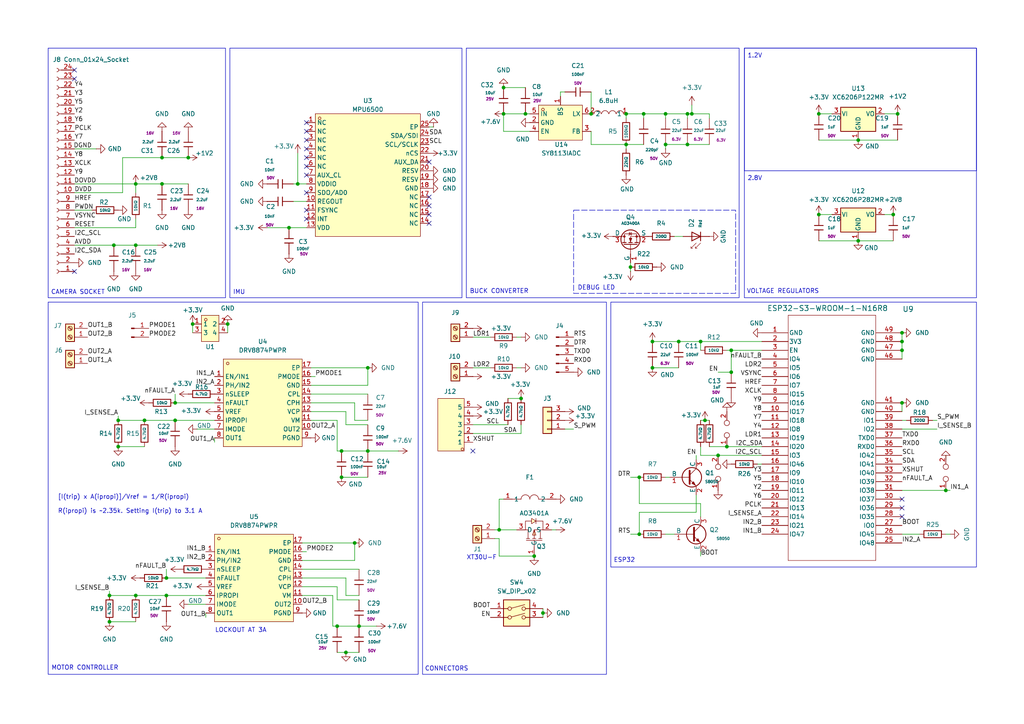
<source format=kicad_sch>
(kicad_sch (version 20250114) (generator "eeschema") (generator_version "9.0")
  (paper "A4")
  (rectangle (start 135.255 13.97) (end 214.376 86.36))
  (rectangle (start 13.97 87.63) (end 121.285 195.58))
  (rectangle (start 215.9 13.97) (end 283.21 86.36))
  (rectangle (start 122.555 87.63) (end 175.895 195.58))
  (rectangle (start 215.9 13.97) (end 283.21 49.53))
  (rectangle (start 177.165 87.63) (end 283.21 164.465))
  (rectangle (start 66.675 13.97) (end 133.985 86.36))
  (rectangle (start 13.97 13.97) (end 65.405 86.36))
  (rectangle (start 166.37 60.96) (end 213.36 85.09) (stroke (width 0) (type dash)))
  (text "IMU\n" (at 69.342 84.836 0) (effects (font (size 1.27 1.27))))
  (text "ESP32\n\n" (at 181.102 163.576 0) (effects (font (size 1.27 1.27))))
  (text "XT30U-F\n" (at 139.7 161.798 0) (effects (font (size 1.27 1.27))))
  (text "DEBUG LED" (at 172.974 83.566 0) (effects (font (size 1.27 1.27))))
  (text "1.2V" (at 218.948 16.256 0) (effects (font (size 1.27 1.27))))
  (text "MOTOR CONTROLLER\n" (at 24.638 193.802 0) (effects (font (size 1.27 1.27) (thickness 0.1588))))
  (text "2.8V" (at 218.948 51.816 0) (effects (font (size 1.27 1.27))))
  (text "CAMERA SOCKET\n" (at 22.606 84.836 0) (effects (font (size 1.27 1.27))))
  (text "BUCK CONVERTER\n" (at 144.78 84.582 0) (effects (font (size 1.27 1.27))))
  (text "CONNECTORS" (at 129.54 194.056 0) (effects (font (size 1.27 1.27))))
  (text "VOLTAGE REGULATORS\n\n" (at 227.076 85.598 0) (effects (font (size 1.27 1.27))))
  (text "[I(trip) x A(ipropi)]/Vref = 1/R(ipropi)\n\nR(ipropi) is ~2.35k. Setting I(trip) to 3.1 A" (at 16.764 146.304 0) (effects (font (size 1.27 1.27)) (justify left)))
  (text "LOCKOUT AT 3A\n" (at 69.85 182.88 0) (effects (font (size 1.27 1.27))))
  (junction (at 189.23 99.06))
  (junction (at 33.02 71.12))
  (junction (at 46.99 45.72))
  (junction (at 39.37 53.34))
  (junction (at 193.04 33.02))
  (junction (at 86.36 53.34))
  (junction (at 259.08 62.23))
  (junction (at 104.14 181.61))
  (junction (at 46.99 53.34))
  (junction (at 208.28 132.08))
  (junction (at 99.06 138.43))
  (junction (at 146.05 25.4))
  (junction (at 144.78 153.67))
  (junction (at 261.62 101.6))
  (junction (at 31.75 172.72))
  (junction (at 182.88 77.47))
  (junction (at 106.68 130.81))
  (junction (at 55.88 93.98))
  (junction (at 39.37 172.72))
  (junction (at 274.32 142.24))
  (junction (at 146.05 33.02))
  (junction (at 185.42 138.43))
  (junction (at 261.62 99.06))
  (junction (at 185.42 154.94))
  (junction (at 48.26 172.72))
  (junction (at 157.48 177.8))
  (junction (at 200.66 33.02))
  (junction (at 50.8 116.84))
  (junction (at 34.29 121.92))
  (junction (at 99.06 130.81))
  (junction (at 237.49 33.02))
  (junction (at 97.79 181.61))
  (junction (at 83.82 66.04))
  (junction (at 248.92 40.64))
  (junction (at 34.29 129.54))
  (junction (at 210.82 129.54))
  (junction (at 181.61 33.02))
  (junction (at 31.75 180.34))
  (junction (at 193.04 41.91))
  (junction (at 152.4 33.02))
  (junction (at 54.61 45.72))
  (junction (at 248.92 69.85))
  (junction (at 39.37 71.12))
  (junction (at 41.91 121.92))
  (junction (at 154.94 161.29))
  (junction (at 237.49 62.23))
  (junction (at 212.09 107.95))
  (junction (at 106.68 106.68))
  (junction (at 186.69 33.02))
  (junction (at 199.39 33.02))
  (junction (at 199.39 41.91))
  (junction (at 181.61 41.91))
  (junction (at 151.13 115.57))
  (junction (at 196.85 99.06))
  (junction (at 102.87 157.48))
  (junction (at 48.26 167.64))
  (junction (at 189.23 106.68))
  (junction (at 100.33 189.23))
  (junction (at 261.62 116.84))
  (junction (at 212.09 101.6))
  (junction (at 260.35 33.02))
  (junction (at 203.2 99.06))
  (junction (at 261.62 96.52))
  (junction (at 50.8 121.92))
  (junction (at 204.47 121.92))
  (junction (at 66.04 93.98))
  (junction (at 171.45 33.02))
  (no_connect (at 261.62 149.86))
  (no_connect (at 137.16 130.81))
  (no_connect (at 21.59 22.86))
  (no_connect (at 124.46 64.77))
  (no_connect (at 88.9 50.8))
  (no_connect (at 124.46 59.69))
  (no_connect (at 88.9 45.72))
  (no_connect (at 124.46 62.23))
  (no_connect (at 124.46 57.15))
  (no_connect (at 88.9 60.96))
  (no_connect (at 21.59 20.32))
  (no_connect (at 88.9 35.56))
  (no_connect (at 124.46 46.99))
  (no_connect (at 88.9 55.88))
  (no_connect (at 21.59 78.74))
  (no_connect (at 88.9 40.64))
  (no_connect (at 88.9 43.18))
  (no_connect (at 261.62 144.78))
  (no_connect (at 88.9 38.1))
  (no_connect (at 88.9 63.5))
  (no_connect (at 88.9 48.26))
  (no_connect (at 261.62 147.32))
  (wire (pts (xy 88.9 160.02) (xy 87.63 160.02)))
  (wire (pts (xy 59.69 179.07) (xy 59.69 177.8)))
  (wire (pts (xy 182.88 78.74) (xy 182.88 77.47)))
  (wire (pts (xy 212.09 107.95) (xy 212.09 101.6)))
  (wire (pts (xy 96.52 172.72) (xy 96.52 181.61)))
  (wire (pts (xy 186.69 33.02) (xy 193.04 33.02)))
  (wire (pts (xy 48.26 172.72) (xy 59.69 172.72)))
  (wire (pts (xy 99.06 138.43) (xy 106.68 138.43)))
  (wire (pts (xy 46.99 45.72) (xy 54.61 45.72)))
  (wire (pts (xy 21.59 60.96) (xy 26.67 60.96)))
  (wire (pts (xy 203.2 99.06) (xy 203.2 101.6)))
  (wire (pts (xy 87.63 172.72) (xy 96.52 172.72)))
  (wire (pts (xy 181.61 34.29) (xy 181.61 33.02)))
  (wire (pts (xy 193.04 41.91) (xy 199.39 41.91)))
  (wire (pts (xy 248.92 69.85) (xy 259.08 69.85)))
  (wire (pts (xy 205.74 34.29) (xy 205.74 33.02)))
  (wire (pts (xy 203.2 121.92) (xy 204.47 121.92)))
  (wire (pts (xy 104.14 172.72) (xy 100.33 172.72)))
  (wire (pts (xy 144.78 144.78) (xy 146.05 144.78)))
  (wire (pts (xy 48.26 167.64) (xy 59.69 167.64)))
  (wire (pts (xy 157.48 179.07) (xy 157.48 177.8)))
  (wire (pts (xy 39.37 53.34) (xy 39.37 55.88)))
  (wire (pts (xy 171.45 41.91) (xy 171.45 38.1)))
  (wire (pts (xy 137.16 97.79) (xy 142.24 97.79)))
  (wire (pts (xy 185.42 148.59) (xy 185.42 154.94)))
  (wire (pts (xy 50.8 114.3) (xy 50.8 116.84)))
  (wire (pts (xy 143.51 156.21) (xy 144.78 156.21)))
  (wire (pts (xy 270.51 121.92) (xy 271.78 121.92)))
  (wire (pts (xy 186.69 34.29) (xy 186.69 33.02)))
  (wire (pts (xy 86.36 53.34) (xy 85.09 53.34)))
  (wire (pts (xy 102.87 116.84) (xy 90.17 116.84)))
  (wire (pts (xy 203.2 161.29) (xy 203.2 160.02)))
  (wire (pts (xy 149.86 97.79) (xy 151.13 97.79)))
  (wire (pts (xy 171.45 33.02) (xy 171.45 26.67)))
  (wire (pts (xy 86.36 53.34) (xy 88.9 53.34)))
  (wire (pts (xy 100.33 167.64) (xy 87.63 167.64)))
  (wire (pts (xy 256.54 33.02) (xy 260.35 33.02)))
  (wire (pts (xy 39.37 53.34) (xy 46.99 53.34)))
  (wire (pts (xy 48.26 165.1) (xy 48.26 167.64)))
  (wire (pts (xy 144.78 156.21) (xy 144.78 161.29)))
  (wire (pts (xy 97.79 170.18) (xy 97.79 173.99)))
  (wire (pts (xy 193.04 33.02) (xy 199.39 33.02)))
  (wire (pts (xy 100.33 172.72) (xy 100.33 167.64)))
  (wire (pts (xy 97.79 173.99) (xy 104.14 173.99)))
  (wire (pts (xy 196.85 99.06) (xy 203.2 99.06)))
  (wire (pts (xy 237.49 40.64) (xy 248.92 40.64)))
  (wire (pts (xy 210.82 129.54) (xy 220.98 129.54)))
  (wire (pts (xy 271.78 124.46) (xy 261.62 124.46)))
  (wire (pts (xy 162.56 27.94) (xy 162.56 26.67)))
  (wire (pts (xy 181.61 33.02) (xy 186.69 33.02)))
  (wire (pts (xy 143.51 153.67) (xy 144.78 153.67)))
  (wire (pts (xy 261.62 142.24) (xy 274.32 142.24)))
  (wire (pts (xy 203.2 99.06) (xy 220.98 99.06)))
  (wire (pts (xy 77.47 66.04) (xy 83.82 66.04)))
  (wire (pts (xy 90.17 121.92) (xy 97.79 121.92)))
  (wire (pts (xy 87.63 170.18) (xy 97.79 170.18)))
  (wire (pts (xy 35.56 55.88) (xy 21.59 55.88)))
  (wire (pts (xy 146.05 38.1) (xy 153.67 38.1)))
  (wire (pts (xy 181.61 41.91) (xy 186.69 41.91)))
  (wire (pts (xy 87.63 162.56) (xy 102.87 162.56)))
  (wire (pts (xy 219.71 134.62) (xy 220.98 134.62)))
  (wire (pts (xy 21.59 43.18) (xy 27.94 43.18)))
  (wire (pts (xy 21.59 71.12) (xy 33.02 71.12)))
  (wire (pts (xy 104.14 181.61) (xy 109.22 181.61)))
  (wire (pts (xy 137.16 123.19) (xy 147.32 123.19)))
  (wire (pts (xy 210.82 101.6) (xy 212.09 101.6)))
  (wire (pts (xy 33.02 71.12) (xy 39.37 71.12)))
  (wire (pts (xy 87.63 165.1) (xy 104.14 165.1)))
  (wire (pts (xy 125.73 36.83) (xy 124.46 36.83)))
  (wire (pts (xy 201.93 148.59) (xy 185.42 148.59)))
  (wire (pts (xy 193.04 138.43) (xy 194.31 138.43)))
  (wire (pts (xy 171.45 41.91) (xy 181.61 41.91)))
  (wire (pts (xy 261.62 99.06) (xy 261.62 101.6)))
  (wire (pts (xy 144.78 153.67) (xy 149.86 153.67)))
  (wire (pts (xy 54.61 175.26) (xy 59.69 175.26)))
  (wire (pts (xy 57.15 124.46) (xy 62.23 124.46)))
  (wire (pts (xy 237.49 33.02) (xy 241.3 33.02)))
  (wire (pts (xy 146.05 25.4) (xy 152.4 25.4)))
  (wire (pts (xy 31.75 171.45) (xy 31.75 172.72)))
  (wire (pts (xy 45.72 71.12) (xy 39.37 71.12)))
  (wire (pts (xy 97.79 121.92) (xy 97.79 130.81)))
  (wire (pts (xy 149.86 106.68) (xy 151.13 106.68)))
  (wire (pts (xy 96.52 181.61) (xy 97.79 181.61)))
  (wire (pts (xy 137.16 106.68) (xy 142.24 106.68)))
  (wire (pts (xy 275.59 142.24) (xy 274.32 142.24)))
  (wire (pts (xy 193.04 33.02) (xy 193.04 34.29)))
  (wire (pts (xy 261.62 96.52) (xy 261.62 99.06)))
  (wire (pts (xy 21.59 53.34) (xy 39.37 53.34)))
  (wire (pts (xy 146.05 33.02) (xy 146.05 38.1)))
  (wire (pts (xy 208.28 107.95) (xy 212.09 107.95)))
  (wire (pts (xy 261.62 101.6) (xy 261.62 104.14)))
  (wire (pts (xy 100.33 189.23) (xy 97.79 189.23)))
  (wire (pts (xy 162.56 26.67) (xy 163.83 26.67)))
  (wire (pts (xy 259.08 62.23) (xy 256.54 62.23)))
  (wire (pts (xy 274.32 132.08) (xy 274.32 133.35)))
  (wire (pts (xy 35.56 45.72) (xy 46.99 45.72)))
  (wire (pts (xy 86.36 44.45) (xy 86.36 53.34)))
  (wire (pts (xy 200.66 33.02) (xy 205.74 33.02)))
  (wire (pts (xy 55.88 93.98) (xy 55.88 96.52)))
  (wire (pts (xy 185.42 146.05) (xy 185.42 138.43)))
  (wire (pts (xy 100.33 189.23) (xy 104.14 189.23)))
  (wire (pts (xy 62.23 128.27) (xy 62.23 127)))
  (wire (pts (xy 212.09 101.6) (xy 220.98 101.6)))
  (wire (pts (xy 83.82 66.04) (xy 88.9 66.04)))
  (wire (pts (xy 34.29 129.54) (xy 41.91 129.54)))
  (wire (pts (xy 100.33 123.19) (xy 106.68 123.19)))
  (wire (pts (xy 144.78 161.29) (xy 154.94 161.29)))
  (wire (pts (xy 193.04 154.94) (xy 195.58 154.94)))
  (wire (pts (xy 31.75 180.34) (xy 39.37 180.34)))
  (wire (pts (xy 39.37 172.72) (xy 48.26 172.72)))
  (wire (pts (xy 237.49 62.23) (xy 241.3 62.23)))
  (wire (pts (xy 90.17 106.68) (xy 106.68 106.68)))
  (wire (pts (xy 35.56 45.72) (xy 35.56 55.88)))
  (wire (pts (xy 34.29 121.92) (xy 41.91 121.92)))
  (wire (pts (xy 203.2 146.05) (xy 185.42 146.05)))
  (wire (pts (xy 203.2 129.54) (xy 203.2 132.08)))
  (wire (pts (xy 50.8 116.84) (xy 62.23 116.84)))
  (wire (pts (xy 203.2 132.08) (xy 208.28 132.08)))
  (wire (pts (xy 199.39 33.02) (xy 199.39 34.29)))
  (wire (pts (xy 39.37 66.04) (xy 39.37 63.5)))
  (wire (pts (xy 151.13 123.19) (xy 151.13 125.73)))
  (wire (pts (xy 90.17 119.38) (xy 100.33 119.38)))
  (wire (pts (xy 201.93 143.51) (xy 201.93 148.59)))
  (wire (pts (xy 146.05 33.02) (xy 152.4 33.02)))
  (wire (pts (xy 90.17 111.76) (xy 106.68 111.76)))
  (wire (pts (xy 199.39 41.91) (xy 205.74 41.91)))
  (wire (pts (xy 208.28 132.08) (xy 220.98 132.08)))
  (wire (pts (xy 50.8 121.92) (xy 62.23 121.92)))
  (wire (pts (xy 152.4 33.02) (xy 153.67 33.02)))
  (wire (pts (xy 147.32 115.57) (xy 151.13 115.57)))
  (wire (pts (xy 182.88 77.47) (xy 182.88 76.2)))
  (wire (pts (xy 106.68 121.92) (xy 102.87 121.92)))
  (wire (pts (xy 34.29 120.65) (xy 34.29 121.92)))
  (wire (pts (xy 248.92 40.64) (xy 260.35 40.64)))
  (wire (pts (xy 181.61 41.91) (xy 181.61 43.18)))
  (wire (pts (xy 182.88 154.94) (xy 185.42 154.94)))
  (wire (pts (xy 203.2 149.86) (xy 203.2 146.05)))
  (wire (pts (xy 189.23 99.06) (xy 196.85 99.06)))
  (wire (pts (xy 189.23 106.68) (xy 196.85 106.68)))
  (wire (pts (xy 106.68 111.76) (xy 106.68 106.68)))
  (wire (pts (xy 166.37 124.46) (xy 163.83 124.46)))
  (wire (pts (xy 198.12 68.58) (xy 195.58 68.58)))
  (wire (pts (xy 160.02 153.67) (xy 161.29 153.67)))
  (wire (pts (xy 144.78 144.78) (xy 144.78 153.67)))
  (wire (pts (xy 137.16 125.73) (xy 151.13 125.73)))
  (wire (pts (xy 106.68 130.81) (xy 115.57 130.81)))
  (wire (pts (xy 157.48 177.8) (xy 157.48 176.53)))
  (wire (pts (xy 85.09 58.42) (xy 88.9 58.42)))
  (wire (pts (xy 31.75 172.72) (xy 39.37 172.72)))
  (wire (pts (xy 261.62 116.84) (xy 261.62 119.38)))
  (wire (pts (xy 266.7 154.94) (xy 261.62 154.94)))
  (wire (pts (xy 90.17 109.22) (xy 91.44 109.22)))
  (wire (pts (xy 66.04 93.98) (xy 66.04 96.52)))
  (wire (pts (xy 97.79 181.61) (xy 104.14 181.61)))
  (wire (pts (xy 102.87 157.48) (xy 87.63 157.48)))
  (wire (pts (xy 102.87 121.92) (xy 102.87 116.84)))
  (wire (pts (xy 237.49 69.85) (xy 248.92 69.85)))
  (wire (pts (xy 102.87 162.56) (xy 102.87 157.48)))
  (wire (pts (xy 100.33 119.38) (xy 100.33 123.19)))
  (wire (pts (xy 201.93 133.35) (xy 201.93 132.08)))
  (wire (pts (xy 261.62 121.92) (xy 262.89 121.92)))
  (wire (pts (xy 274.32 154.94) (xy 275.59 154.94)))
  (wire (pts (xy 182.88 138.43) (xy 185.42 138.43)))
  (wire (pts (xy 193.04 41.91) (xy 193.04 43.18)))
  (wire (pts (xy 41.91 121.92) (xy 50.8 121.92)))
  (wire (pts (xy 46.99 53.34) (xy 54.61 53.34)))
  (wire (pts (xy 21.59 66.04) (xy 39.37 66.04)))
  (wire (pts (xy 199.39 33.02) (xy 200.66 33.02)))
  (wire (pts (xy 204.47 121.92) (xy 205.74 121.92)))
  (wire (pts (xy 97.79 130.81) (xy 99.06 130.81)))
  (wire (pts (xy 90.17 114.3) (xy 106.68 114.3)))
  (wire (pts (xy 205.74 129.54) (xy 210.82 129.54)))
  (wire (pts (xy 200.66 30.48) (xy 200.66 33.02)))
  (wire (pts (xy 99.06 130.81) (xy 106.68 130.81)))
  (label "S_PWM" (at 166.37 124.46 0))
  (label "I2C_SCL" (at 21.59 68.58 0))
  (label "PMODE1" (at 43.18 95.25 0))
  (label "IN1_A" (at 275.59 142.24 0))
  (label "OUT1_B" (at 59.69 179.07 180))
  (label "S_PWM" (at 271.78 121.92 0))
  (label "LDR1" (at 137.16 97.79 0))
  (label "LDR2" (at 220.98 106.68 180))
  (label "DOVDD" (at 27.94 53.34 180))
  (label "XSHUT" (at 137.16 128.27 0))
  (label "I2C_SDA" (at 21.59 73.66 0))
  (label "IN1_B" (at 59.69 160.02 180))
  (label "PWDN" (at 21.59 60.96 0))
  (label "IN2_A" (at 261.62 157.48 0))
  (label "LDR1" (at 220.98 127 180))
  (label "IN2_A" (at 62.23 111.76 180))
  (label "DVDD" (at 21.59 55.88 0))
  (label "SCL" (at 261.62 132.08 0))
  (label "Y5" (at 21.59 30.48 0))
  (label "Y9" (at 21.59 50.8 0))
  (label "Y5" (at 220.98 139.7 180))
  (label "RESET" (at 21.59 66.04 0))
  (label "IN2_B" (at 59.69 162.56 180))
  (label "VSYNC" (at 21.59 63.5 0))
  (label "TXD0" (at 261.62 127 0))
  (label "HREF" (at 21.59 58.42 0))
  (label "RTS" (at 182.88 154.94 180))
  (label "I_SENSE_B" (at 271.78 124.46 0))
  (label "OUT2_A" (at 25.4 102.87 0))
  (label "OUT2_B" (at 25.4 97.79 0))
  (label "PMODE2" (at 88.9 160.02 0))
  (label "AVDD" (at 21.59 71.12 0))
  (label "IN1_B" (at 220.98 154.94 180))
  (label "Y3" (at 220.98 137.16 180))
  (label "OUT2_B" (at 87.63 175.26 0))
  (label "DGND" (at 26.67 43.18 180))
  (label "BOOT" (at 261.62 152.4 0))
  (label "Y8" (at 21.59 45.72 0))
  (label "SCL" (at 144.78 123.19 180))
  (label "PCLK" (at 21.59 38.1 0))
  (label "RTS" (at 166.37 97.79 0))
  (label "XCLK" (at 21.59 48.26 0))
  (label "VSYNC" (at 220.98 109.22 180))
  (label "PMODE1" (at 91.44 109.22 0))
  (label "SDA" (at 124.46 39.37 0))
  (label "HREF" (at 220.98 111.76 180))
  (label "Y7" (at 21.59 40.64 0))
  (label "nFAULT_A" (at 261.62 139.7 0))
  (label "nFAULT_B" (at 220.98 104.14 180))
  (label "SCL" (at 124.46 41.91 0))
  (label "IN2_B" (at 220.98 152.4 180))
  (label "Y6" (at 21.59 35.56 0))
  (label "OUT2_A" (at 90.17 124.46 0))
  (label "BOOT" (at 142.24 176.53 180))
  (label "Y6" (at 220.98 144.78 180))
  (label "TXD0" (at 166.37 102.87 0))
  (label "OUT1_A" (at 62.23 128.27 180))
  (label "RXD0" (at 166.37 105.41 0))
  (label "OUT1_B" (at 25.4 95.25 0))
  (label "SDA" (at 261.62 134.62 0))
  (label "Y2" (at 220.98 142.24 180))
  (label "LDR2" (at 137.16 106.68 0))
  (label "I_SENSE_A" (at 220.98 149.86 180))
  (label "SDA" (at 149.86 125.73 180))
  (label "I2C_SDA" (at 213.36 129.54 0))
  (label "nFAULT_B" (at 48.26 165.1 180))
  (label "DTR" (at 182.88 138.43 180))
  (label "I_SENSE_B" (at 31.75 171.45 180))
  (label "XSHUT" (at 261.62 137.16 0))
  (label "XCLK" (at 220.98 114.3 180))
  (label "EN" (at 208.28 107.95 180))
  (label "Y8" (at 220.98 119.38 180))
  (label "I_SENSE_A" (at 34.29 120.65 180))
  (label "PCLK" (at 220.98 147.32 180))
  (label "Y7" (at 220.98 121.92 180))
  (label "DTR" (at 166.37 100.33 0))
  (label "RXD0" (at 261.62 129.54 0))
  (label "Y2" (at 21.59 33.02 0))
  (label "Y4" (at 21.59 25.4 0))
  (label "IN1_A" (at 62.23 109.22 180))
  (label "I2C_SCL" (at 220.98 132.08 180))
  (label "EN" (at 201.93 132.08 180))
  (label "EN" (at 142.24 179.07 180))
  (label "OUT1_A" (at 25.4 105.41 0))
  (label "nFAULT_A" (at 50.8 114.3 180))
  (label "Y4" (at 220.98 124.46 180))
  (label "Y9" (at 220.98 116.84 180))
  (label "BOOT" (at 203.2 161.29 0))
  (label "PMODE2" (at 43.18 97.79 0))
  (label "Y3" (at 21.59 27.94 0))
  (symbol (lib_id "power:GND") (at 275.59 154.94 90) (unit 1)
    (property "Reference" "#PWR077" (effects (hide yes)))
    (property "Value" "GND" (at 280.416 154.94 0))
    (property "Description" "Power symbol creates a global label with name \"GND\" , ground" (effects (hide yes)))
  )
  (symbol (lib_id "PCM_JLCPCB-Capacitors:0603,100nF") (at 104.14 177.8 0) (unit 1)
    (property "Reference" "C29" (at 106.426 175.006 0) (effects (justify left)))
    (property "Value" "100nF" (at 106.426 177.5461 0) (effects (font (size 0.8 0.8)) (justify left)))
    (property "Footprint" "PCM_JLCPCB:C_0603" (effects (hide yes)))
    (property "Datasheet" "https://www.lcsc.com/datasheet/lcsc_datasheet_2211101700_YAGEO-CC0603KRX7R9BB104_C14663.pdf" (effects (hide yes)))
    (property "Description" "50V 100nF X7R ±10% 0603 Multilayer Ceramic Capacitors MLCC - SMD/SMT ROHS" (effects (hide yes)))
    (property "LCSC" "C14663" (effects (hide yes)))
    (property "Stock" "70324515" (effects (hide yes)))
    (property "Price" "0.006USD" (effects (hide yes)))
    (property "Process" "SMT" (effects (hide yes)))
    (property "Minimum Qty" "20" (effects (hide yes)))
    (property "Attrition Qty" "10" (effects (hide yes)))
    (property "Class" "Basic Component" (effects (hide yes)))
    (property "Category" "Capacitors,Multilayer Ceramic Capacitors MLCC - SMD/SMT" (effects (hide yes)))
    (property "Manufacturer" "YAGEO" (effects (hide yes)))
    (property "Part" "CC0603KRX7R9BB104" (effects (hide yes)))
    (property "Voltage Rated" "50V" (at 106.426 179.5781 0) (effects (font (size 0.8 0.8)) (justify left)))
    (property "Tolerance" "±10%" (effects (hide yes)))
    (property "Capacitance" "100nF" (effects (hide yes)))
    (property "Temperature Coefficient" "X7R" (effects (hide yes)))
  )
  (symbol (lib_id "power:+3.3V") (at 52.07 165.1 90) (unit 1)
    (property "Reference" "#PWR083" (effects (hide yes)))
    (property "Value" "+3.3V" (at 50.546 162.306 90))
    (property "Description" "Power symbol creates a global label with name \"+3.3V\"" (effects (hide yes)))
  )
  (symbol (lib_id "power:GND") (at 124.46 54.61 90) (unit 1)
    (property "Reference" "#PWR020" (effects (hide yes)))
    (property "Value" "GND" (at 128.27 54.6099 90) (effects (justify right)))
    (property "Description" "Power symbol creates a global label with name \"GND\" , ground" (effects (hide yes)))
  )
  (symbol (lib_id "power:+3.3V") (at 146.05 33.02 90) (unit 1)
    (property "Reference" "#PWR032" (effects (hide yes)))
    (property "Value" "+7.6V" (at 142.24 35.306 90))
    (property "Description" "Power symbol creates a global label with name \"+3.3V\"" (effects (hide yes)))
  )
  (symbol (lib_id "power:GND") (at 205.74 68.58 90) (unit 1)
    (property "Reference" "#PWR010" (effects (hide yes)))
    (property "Value" "GND" (at 209.804 68.58 0))
    (property "Description" "Power symbol creates a global label with name \"GND\" , ground" (effects (hide yes)))
  )
  (symbol (lib_id "power:GND") (at 124.46 52.07 90) (unit 1)
    (property "Reference" "#PWR015" (effects (hide yes)))
    (property "Value" "GND" (at 128.27 52.0699 90) (effects (justify right)))
    (property "Description" "Power symbol creates a global label with name \"GND\" , ground" (effects (hide yes)))
  )
  (symbol (lib_id "power:GND") (at 77.47 58.42 270) (unit 1)
    (property "Reference" "#PWR017" (effects (hide yes)))
    (property "Value" "GND" (at 73.66 58.4199 90) (effects (justify right)))
    (property "Description" "Power symbol creates a global label with name \"GND\" , ground" (effects (hide yes)))
  )
  (symbol (lib_id "power:GND") (at 66.04 93.98 180) (unit 1)
    (property "Reference" "#PWR014" (effects (hide yes)))
    (property "Value" "GND" (at 66.04 89.408 0))
    (property "Description" "Power symbol creates a global label with name \"GND\" , ground" (effects (hide yes)))
  )
  (symbol (lib_id "power:+3.3V") (at 59.69 170.18 90) (unit 1)
    (property "Reference" "#PWR075" (effects (hide yes)))
    (property "Value" "+3.3V" (at 52.832 169.926 90))
    (property "Description" "Power symbol creates a global label with name \"+3.3V\"" (effects (hide yes)))
  )
  (symbol (lib_id "PCM_JLCPCB-Resistors:0603,10kΩ") (at 146.05 106.68 90) (unit 1)
    (property "Reference" "R10" (at 146.05 104.14 90))
    (property "Value" "10kΩ" (at 146.05 106.68 90) (effects (font (size 0.8 0.8))))
    (property "Footprint" "PCM_JLCPCB:R_0603" (effects (hide yes)))
    (property "Datasheet" "https://www.lcsc.com/datasheet/lcsc_datasheet_2206010045_UNI-ROYAL-Uniroyal-Elec-0603WAF1002T5E_C25804.pdf" (effects (hide yes)))
    (property "Description" "100mW Thick Film Resistors 75V ±100ppm/°C ±1% 10kΩ 0603 Chip Resistor - Surface Mount ROHS" (effects (hide yes)))
    (property "LCSC" "C25804" (effects (hide yes)))
    (property "Stock" "51181774" (effects (hide yes)))
    (property "Price" "0.004USD" (effects (hide yes)))
    (property "Process" "SMT" (effects (hide yes)))
    (property "Minimum Qty" "20" (effects (hide yes)))
    (property "Attrition Qty" "10" (effects (hide yes)))
    (property "Class" "Basic Component" (effects (hide yes)))
    (property "Category" "Resistors,Chip Resistor - Surface Mount" (effects (hide yes)))
    (property "Manufacturer" "UNI-ROYAL(Uniroyal Elec)" (effects (hide yes)))
    (property "Part" "0603WAF1002T5E" (effects (hide yes)))
    (property "Resistance" "10kΩ" (effects (hide yes)))
    (property "Power(Watts)" "100mW" (effects (hide yes)))
    (property "Type" "Thick Film Resistors" (effects (hide yes)))
    (property "Overload Voltage (Max)" "75V" (effects (hide yes)))
    (property "Operating Temperature Range" "-55°C~+155°C" (effects (hide yes)))
    (property "Tolerance" "±1%" (effects (hide yes)))
    (property "Temperature Coefficient" "±100ppm/°C" (effects (hide yes)))
  )
  (symbol (lib_id "PCM_JLCPCB-Resistors:0603,10kΩ") (at 189.23 138.43 90) (unit 1)
    (property "Reference" "R7" (at 189.23 134.62 90))
    (property "Value" "10kΩ" (at 189.23 138.43 90) (effects (font (size 0.8 0.8))))
    (property "Footprint" "PCM_JLCPCB:R_0603" (effects (hide yes)))
    (property "Datasheet" "https://www.lcsc.com/datasheet/lcsc_datasheet_2206010045_UNI-ROYAL-Uniroyal-Elec-0603WAF1002T5E_C25804.pdf" (effects (hide yes)))
    (property "Description" "100mW Thick Film Resistors 75V ±100ppm/°C ±1% 10kΩ 0603 Chip Resistor - Surface Mount ROHS" (effects (hide yes)))
    (property "LCSC" "C25804" (effects (hide yes)))
    (property "Stock" "51181774" (effects (hide yes)))
    (property "Price" "0.004USD" (effects (hide yes)))
    (property "Process" "SMT" (effects (hide yes)))
    (property "Minimum Qty" "20" (effects (hide yes)))
    (property "Attrition Qty" "10" (effects (hide yes)))
    (property "Class" "Basic Component" (effects (hide yes)))
    (property "Category" "Resistors,Chip Resistor - Surface Mount" (effects (hide yes)))
    (property "Manufacturer" "UNI-ROYAL(Uniroyal Elec)" (effects (hide yes)))
    (property "Part" "0603WAF1002T5E" (effects (hide yes)))
    (property "Resistance" "10kΩ" (effects (hide yes)))
    (property "Power(Watts)" "100mW" (effects (hide yes)))
    (property "Type" "Thick Film Resistors" (effects (hide yes)))
    (property "Overload Voltage (Max)" "75V" (effects (hide yes)))
    (property "Operating Temperature Range" "-55°C~+155°C" (effects (hide yes)))
    (property "Tolerance" "±1%" (effects (hide yes)))
    (property "Temperature Coefficient" "±100ppm/°C" (effects (hide yes)))
  )
  (symbol (lib_id "PCM_JLCPCB-Capacitors:0603,10uF,(2)") (at 146.05 29.21 0) (mirror y) (unit 1)
    (property "Reference" "C32" (at 143.256 24.638 0) (effects (justify left)))
    (property "Value" "10uF" (at 143.764 26.924 0) (effects (font (size 0.8 0.8)) (justify left)))
    (property "Footprint" "PCM_JLCPCB:C_0603" (effects (hide yes)))
    (property "Datasheet" "https://www.lcsc.com/datasheet/lcsc_datasheet_2304140030_Samsung-Electro-Mechanics-CL10A106MA8NRNC_C96446.pdf" (effects (hide yes)))
    (property "Description" "25V 10uF X5R ±20% 0603 Multilayer Ceramic Capacitors MLCC - SMD/SMT ROHS" (effects (hide yes)))
    (property "LCSC" "C96446" (effects (hide yes)))
    (property "Stock" "3388297" (effects (hide yes)))
    (property "Price" "0.021USD" (effects (hide yes)))
    (property "Process" "SMT" (effects (hide yes)))
    (property "Minimum Qty" "20" (effects (hide yes)))
    (property "Attrition Qty" "8" (effects (hide yes)))
    (property "Class" "Basic Component" (effects (hide yes)))
    (property "Category" "Capacitors,Multilayer Ceramic Capacitors MLCC - SMD/SMT" (effects (hide yes)))
    (property "Manufacturer" "Samsung Electro-Mechanics" (effects (hide yes)))
    (property "Part" "CL10A106MA8NRNC" (effects (hide yes)))
    (property "Voltage Rated" "25V" (at 143.256 28.702 0) (effects (font (size 0.8 0.8)) (justify left)))
    (property "Tolerance" "±20%" (effects (hide yes)))
    (property "Capacitance" "10uF" (effects (hide yes)))
    (property "Temperature Coefficient" "X5R" (effects (hide yes)))
  )
  (symbol (lib_id "power:GND") (at 48.26 180.34 0) (unit 1)
    (property "Reference" "#PWR073" (effects (hide yes)))
    (property "Value" "GND" (at 48.26 185.42 0))
    (property "Description" "Power symbol creates a global label with name \"GND\" , ground" (effects (hide yes)))
  )
  (symbol (lib_id "power:+2V8") (at 259.08 62.23 0) (unit 1)
    (property "Reference" "#PWR042" (effects (hide yes)))
    (property "Value" "+2V8" (at 259.08 57.912 0))
    (property "Description" "Power symbol creates a global label with name \"+2V8\"" (effects (hide yes)))
  )
  (symbol (lib_id "Regulator_Linear:XC6206PxxxMR") (at 248.92 62.23 0) (unit 1)
    (property "Reference" "U12" (at 248.92 55.372 0))
    (property "Value" "XC6206P282MR" (at 248.92 57.912 0))
    (property "Footprint" "Package_TO_SOT_SMD:SOT-23-3" (effects (hide yes)))
    (property "Datasheet" "https://www.torexsemi.com/file/xc6206/XC6206.pdf" (effects (hide yes)))
    (property "Description" "Positive 60-250mA Low Dropout Regulator, Fixed Output, SOT-23" (effects (hide yes)))
    (property "LCSC" "C14255" (effects (hide yes)))
  )
  (symbol (lib_id "power:+3.3V") (at 151.13 115.57 0) (unit 1)
    (property "Reference" "#PWR040" (effects (hide yes)))
    (property "Value" "+3.3V" (at 150.876 111.506 0))
    (property "Description" "Power symbol creates a global label with name \"+3.3V\"" (effects (hide yes)))
  )
  (symbol (lib_id "power:GND") (at 54.61 38.1 180) (unit 1)
    (property "Reference" "#PWR070" (effects (hide yes)))
    (property "Value" "GND" (at 54.61 33.02 0))
    (property "Description" "Power symbol creates a global label with name \"GND\" , ground" (effects (hide yes)))
  )
  (symbol (lib_id "power:GND") (at 50.8 129.54 0) (unit 1)
    (property "Reference" "#PWR059" (effects (hide yes)))
    (property "Value" "GND" (at 50.8 134.62 0))
    (property "Description" "Power symbol creates a global label with name \"GND\" , ground" (effects (hide yes)))
  )
  (symbol (lib_id "power:+1V2") (at 260.35 33.02 0) (unit 1)
    (property "Reference" "#PWR047" (effects (hide yes)))
    (property "Value" "+1V2" (at 260.35 27.94 0))
    (property "Description" "Power symbol creates a global label with name \"+1V2\"" (effects (hide yes)))
  )
  (symbol (lib_id "power:GND") (at 39.37 78.74 0) (unit 1)
    (property "Reference" "#PWR069" (effects (hide yes)))
    (property "Value" "GND" (at 39.37 83.82 0))
    (property "Description" "Power symbol creates a global label with name \"GND\" , ground" (effects (hide yes)))
  )
  (symbol (lib_id "Connector_Generic:Conn_01x03") (at 158.75 121.92 180) (unit 1)
    (property "Reference" "J3" (at 158.75 115.57 0))
    (property "Value" "Conn_01x03" (effects (hide yes)))
    (property "Footprint" "easyeda2kicad:JST_B3B-PH-K-S" (effects (hide yes)))
    (property "Description" "Generic connector, single row, 01x03, script generated (kicad-library-utils/schlib/autogen/connector/)" (effects (hide yes)))
    (property "LCSC" "C131339" (effects (hide yes)))
  )
  (symbol (lib_id "power:GND") (at 248.92 69.85 0) (unit 1)
    (property "Reference" "#PWR045" (effects (hide yes)))
    (property "Value" "GND" (at 252.73 71.882 0))
    (property "Description" "Power symbol creates a global label with name \"GND\" , ground" (effects (hide yes)))
  )
  (symbol (lib_id "power:+3.3V") (at 115.57 130.81 270) (unit 1)
    (property "Reference" "#PWR052" (effects (hide yes)))
    (property "Value" "+7.6V" (at 116.586 127.762 90))
    (property "Description" "Power symbol creates a global label with name \"+3.3V\"" (effects (hide yes)))
  )
  (symbol (lib_id "Connector:Screw_Terminal_01x02") (at 132.08 109.22 180) (unit 1)
    (property "Reference" "J10" (at 131.826 103.378 0))
    (property "Value" "Screw_Terminal_01x02" (effects (hide yes)))
    (property "Footprint" "easyeda2kicad:JST_B2B-PH-K-S" (effects (hide yes)))
    (property "Description" "Generic screw terminal, single row, 01x02, script generated (kicad-library-utils/schlib/autogen/connector/)" (effects (hide yes)))
    (property "LCSC" "C131337" (effects (hide yes)))
  )
  (symbol (lib_id "power:GND") (at 100.33 189.23 0) (unit 1)
    (property "Reference" "#PWR025" (effects (hide yes)))
    (property "Value" "GND" (at 104.394 191.262 0))
    (property "Description" "Power symbol creates a global label with name \"GND\" , ground" (effects (hide yes)))
  )
  (symbol (lib_id "easyeda2kicad:SWPA6028S6R8MT") (at 176.53 33.02 180) (unit 1)
    (property "Reference" "L1" (at 176.53 26.67 0))
    (property "Value" "6.8uH" (at 176.53 29.21 0))
    (property "Footprint" "easyeda2kicad:IND-SMD_L6.0-W6.0" (effects (hide yes)))
    (property "Description" "3A 6.8uH Magnetic Shielded Inductor ±20% SMD,6x6mm Power Inductors ROHS" (effects (hide yes)))
    (property "LCSC" "C341066" (effects (hide yes)))
  )
  (symbol (lib_id "power:VD") (at 137.16 118.11 270) (unit 1)
    (property "Reference" "#PWR07" (effects (hide yes)))
    (property "Value" "GND" (at 142.748 117.094 90))
    (property "Description" "Power symbol creates a global label with name \"VD\"" (effects (hide yes)))
  )
  (symbol (lib_id "power:GND") (at 210.82 119.38 180) (unit 1)
    (property "Reference" "#PWR054" (effects (hide yes)))
    (property "Value" "GND" (effects (hide yes)))
    (property "Description" "Power symbol creates a global label with name \"GND\" , ground" (effects (hide yes)))
  )
  (symbol (lib_id "PCM_JLCPCB-Capacitors:0603,1uF") (at 237.49 66.04 0) (unit 1)
    (property "Reference" "C18" (at 240.03 63.4999 0) (effects (justify left)))
    (property "Value" "1uF" (at 240.03 66.04 0) (effects (font (size 0.8 0.8)) (justify left)))
    (property "Footprint" "PCM_JLCPCB:C_0603" (effects (hide yes)))
    (property "Datasheet" "https://www.lcsc.com/datasheet/lcsc_datasheet_2304140030_Samsung-Electro-Mechanics-CL10A105KB8NNNC_C15849.pdf" (effects (hide yes)))
    (property "Description" "50V 1uF X5R ±10% 0603 Multilayer Ceramic Capacitors MLCC - SMD/SMT ROHS" (effects (hide yes)))
    (property "LCSC" "C15849" (effects (hide yes)))
    (property "Stock" "11535980" (effects (hide yes)))
    (property "Price" "0.008USD" (effects (hide yes)))
    (property "Process" "SMT" (effects (hide yes)))
    (property "Minimum Qty" "20" (effects (hide yes)))
    (property "Attrition Qty" "10" (effects (hide yes)))
    (property "Class" "Basic Component" (effects (hide yes)))
    (property "Category" "Capacitors,Multilayer Ceramic Capacitors MLCC - SMD/SMT" (effects (hide yes)))
    (property "Manufacturer" "Samsung Electro-Mechanics" (effects (hide yes)))
    (property "Part" "CL10A105KB8NNNC" (effects (hide yes)))
    (property "Voltage Rated" "50V" (at 240.03 68.58 0) (effects (font (size 0.8 0.8)) (justify left)))
    (property "Tolerance" "±10%" (effects (hide yes)))
    (property "Capacitance" "1uF" (effects (hide yes)))
    (property "Temperature Coefficient" "X5R" (effects (hide yes)))
  )
  (symbol (lib_id "PCM_JLCPCB-Diodes:LED,0603,Red") (at 201.93 68.58 90) (unit 1)
    (property "Reference" "D2" (at 200.5646 66.04 0) (effects (justify left)))
    (property "Value" "Red" (at 203.1047 66.04 0) (effects (font (size 0.8 0.8)) (justify left)))
    (property "Footprint" "PCM_JLCPCB:D_0603" (effects (hide yes)))
    (property "Datasheet" "https://www.lcsc.com/datasheet/lcsc_datasheet_1810231112_Hubei-KENTO-Elec-KT-0603R_C2286.pdf" (effects (hide yes)))
    (property "Description" "-40°C~+85°C Red 0603 LED Indication - Discrete ROHS" (effects (hide yes)))
    (property "LCSC" "C2286" (effects (hide yes)))
    (property "Stock" "5373336" (effects (hide yes)))
    (property "Price" "0.009USD" (effects (hide yes)))
    (property "Process" "SMT" (effects (hide yes)))
    (property "Minimum Qty" "20" (effects (hide yes)))
    (property "Attrition Qty" "10" (effects (hide yes)))
    (property "Class" "Basic Component" (effects (hide yes)))
    (property "Category" "Optocouplers & LEDs & Infrared,Light Emitting Diodes (LED)" (effects (hide yes)))
    (property "Manufacturer" "Hubei KENTO Elec" (effects (hide yes)))
    (property "Part" "KT-0603R" (effects (hide yes)))
  )
  (symbol (lib_id "power:GND") (at 208.28 142.24 0) (unit 1)
    (property "Reference" "#PWR078" (effects (hide yes)))
    (property "Value" "GND" (effects (hide yes)))
    (property "Description" "Power symbol creates a global label with name \"GND\" , ground" (effects (hide yes)))
  )
  (symbol (lib_id "PCM_JLCPCB-Transistors:NPN,S8050") (at 200.66 154.94 0) (unit 1)
    (property "Reference" "Q2" (at 205.74 153.6699 0) (effects (justify left)))
    (property "Value" "S8050" (at 207.772 156.21 0) (effects (font (size 0.8 0.8)) (justify left)))
    (property "Footprint" "PCM_JLCPCB:Q_SOT-23" (effects (hide yes)))
    (property "Datasheet" "https://www.lcsc.com/datasheet/lcsc_datasheet_2407101108_MDD-Microdiode-Semiconductor-S8050-J3Y_C364312.pdf" (effects (hide yes)))
    (property "Description" "25V 300mW 120@50mA,1V 500mA NPN SOT-23 Bipolar (BJT) ROHS" (effects (hide yes)))
    (property "LCSC" "C364312" (effects (hide yes)))
    (property "Stock" "567929" (effects (hide yes)))
    (property "Price" "0.013USD" (effects (hide yes)))
    (property "Process" "SMT" (effects (hide yes)))
    (property "Minimum Qty" "10" (effects (hide yes)))
    (property "Attrition Qty" "5" (effects (hide yes)))
    (property "Class" "Preferred Component" (effects (hide yes)))
    (property "Category" "Transistors,Bipolar Transistors - BJT" (effects (hide yes)))
    (property "Manufacturer" "MDD（Microdiode Electronics）" (effects (hide yes)))
    (property "Part" "S8050" (effects (hide yes)))
    (property "Transition Frequency (fT)" "150MHz" (effects (hide yes)))
    (property "Operating Temperature" "-55°C~+150°C" (effects (hide yes)))
    (property "Collector Cut-Off Current (Icbo)" "100nA" (effects (hide yes)))
    (property "Transistor Type" "NPN" (effects (hide yes)))
    (property "DC Current Gain (hFE@Ic,Vce)" "120@500mA,1V" (effects (hide yes)))
    (property "Power Dissipation (Pd)" "300mW" (effects (hide yes)))
    (property "Collector Current (Ic)" "500mA" (effects (hide yes)))
    (property "Collector-Emitter Saturation Voltage (VCE(sat)@Ic,Ib)" "600mV@500mA,50mA" (effects (hide yes)))
    (property "Collector-Emitter Breakdown Voltage (Vceo)" "25V" (effects (hide yes)))
  )
  (symbol (lib_id "power:+1V2") (at 54.61 45.72 270) (unit 1)
    (property "Reference" "#PWR065" (effects (hide yes)))
    (property "Value" "+1V2" (at 56.642 44.45 90) (effects (justify left)))
    (property "Description" "Power symbol creates a global label with name \"+1V2\"" (effects (hide yes)))
  )
  (symbol (lib_id "power:GND") (at 46.99 38.1 180) (unit 1)
    (property "Reference" "#PWR081" (effects (hide yes)))
    (property "Value" "GND" (at 46.99 33.02 0))
    (property "Description" "Power symbol creates a global label with name \"GND\" , ground" (effects (hide yes)))
  )
  (symbol (lib_id "PCM_JLCPCB-Resistors:0402,200Ω") (at 191.77 68.58 90) (unit 1)
    (property "Reference" "R4" (at 191.77 64.77 90))
    (property "Value" "200Ω" (at 191.77 68.58 90) (effects (font (size 0.8 0.8))))
    (property "Footprint" "PCM_JLCPCB:R_0402" (effects (hide yes)))
    (property "Datasheet" "https://www.lcsc.com/datasheet/lcsc_datasheet_2205311900_UNI-ROYAL-Uniroyal-Elec-0402WGF2000TCE_C25087.pdf" (effects (hide yes)))
    (property "Description" "62.5mW Thick Film Resistors 50V ±100ppm/°C ±1% 200Ω 0402 Chip Resistor - Surface Mount ROHS" (effects (hide yes)))
    (property "LCSC" "C25087" (effects (hide yes)))
    (property "Stock" "581668" (effects (hide yes)))
    (property "Price" "0.004USD" (effects (hide yes)))
    (property "Process" "SMT" (effects (hide yes)))
    (property "Minimum Qty" "20" (effects (hide yes)))
    (property "Attrition Qty" "10" (effects (hide yes)))
    (property "Class" "Basic Component" (effects (hide yes)))
    (property "Category" "Resistors,Chip Resistor - Surface Mount" (effects (hide yes)))
    (property "Manufacturer" "UNI-ROYAL(Uniroyal Elec)" (effects (hide yes)))
    (property "Part" "0402WGF2000TCE" (effects (hide yes)))
    (property "Resistance" "200Ω" (effects (hide yes)))
    (property "Power(Watts)" "62.5mW" (effects (hide yes)))
    (property "Type" "Thick Film Resistors" (effects (hide yes)))
    (property "Overload Voltage (Max)" "50V" (effects (hide yes)))
    (property "Operating Temperature Range" "-55°C~+155°C" (effects (hide yes)))
    (property "Tolerance" "±1%" (effects (hide yes)))
    (property "Temperature Coefficient" "±100ppm/°C" (effects (hide yes)))
  )
  (symbol (lib_id "power:GND") (at 21.59 76.2 90) (unit 1)
    (property "Reference" "#PWR021" (effects (hide yes)))
    (property "Value" "GND" (at 25.4 76.1999 90) (effects (justify right)))
    (property "Description" "Power symbol creates a global label with name \"GND\" , ground" (effects (hide yes)))
  )
  (symbol (lib_id "power:GND") (at 220.98 96.52 270) (unit 1)
    (property "Reference" "#PWR035" (effects (hide yes)))
    (property "Value" "GND" (at 221.488 93.726 90) (effects (justify right)))
    (property "Description" "Power symbol creates a global label with name \"GND\" , ground" (effects (hide yes)))
  )
  (symbol (lib_id "power:+2V8") (at 45.72 71.12 270) (unit 1)
    (property "Reference" "#PWR064" (effects (hide yes)))
    (property "Value" "+2V8" (at 51.308 71.12 90))
    (property "Description" "Power symbol creates a global label with name \"+2V8\"" (effects (hide yes)))
  )
  (symbol (lib_id "power:+3.3V") (at 86.36 44.45 0) (unit 1)
    (property "Reference" "#PWR011" (effects (hide yes)))
    (property "Value" "+3.3V" (at 82.296 42.418 0))
    (property "Description" "Power symbol creates a global label with name \"+3.3V\"" (effects (hide yes)))
  )
  (symbol (lib_id "PCM_JLCPCB-Capacitors:0603,2.2uF") (at 54.61 41.91 180) (unit 1)
    (property "Reference" "C26" (at 52.324 43.688 0) (effects (justify left)))
    (property "Value" "2.2uF" (at 52.324 41.1479 0) (effects (font (size 0.8 0.8)) (justify left)))
    (property "Footprint" "PCM_JLCPCB:C_0603" (effects (hide yes)))
    (property "Datasheet" "https://www.lcsc.com/datasheet/lcsc_datasheet_2304140030_Samsung-Electro-Mechanics-CL10A225KO8NNNC_C23630.pdf" (effects (hide yes)))
    (property "Description" "16V 2.2uF X5R ±10% 0603 Multilayer Ceramic Capacitors MLCC - SMD/SMT ROHS" (effects (hide yes)))
    (property "LCSC" "C23630" (effects (hide yes)))
    (property "Stock" "2585089" (effects (hide yes)))
    (property "Price" "0.009USD" (effects (hide yes)))
    (property "Process" "SMT" (effects (hide yes)))
    (property "Minimum Qty" "20" (effects (hide yes)))
    (property "Attrition Qty" "10" (effects (hide yes)))
    (property "Class" "Basic Component" (effects (hide yes)))
    (property "Category" "Capacitors,Multilayer Ceramic Capacitors MLCC - SMD/SMT" (effects (hide yes)))
    (property "Manufacturer" "Samsung Electro-Mechanics" (effects (hide yes)))
    (property "Part" "CL10A225KO8NNNC" (effects (hide yes)))
    (property "Voltage Rated" "16V" (at 52.324 38.6079 0) (effects (font (size 0.8 0.8)) (justify left)))
    (property "Tolerance" "±10%" (effects (hide yes)))
    (property "Capacitance" "2.2uF" (effects (hide yes)))
    (property "Temperature Coefficient" "X5R" (effects (hide yes)))
  )
  (symbol (lib_id "PCM_JLCPCB-Transistors:NPN,S8050") (at 199.39 138.43 0) (unit 1)
    (property "Reference" "Q1" (at 204.47 137.1599 0) (effects (justify left)))
    (property "Value" "S8050" (at 204.47 139.7 0) (effects (font (size 0.8 0.8)) (justify left)))
    (property "Footprint" "PCM_JLCPCB:Q_SOT-23" (effects (hide yes)))
    (property "Datasheet" "https://www.lcsc.com/datasheet/lcsc_datasheet_2407101108_MDD-Microdiode-Semiconductor-S8050-J3Y_C364312.pdf" (effects (hide yes)))
    (property "Description" "25V 300mW 120@50mA,1V 500mA NPN SOT-23 Bipolar (BJT) ROHS" (effects (hide yes)))
    (property "LCSC" "C364312" (effects (hide yes)))
    (property "Stock" "567929" (effects (hide yes)))
    (property "Price" "0.013USD" (effects (hide yes)))
    (property "Process" "SMT" (effects (hide yes)))
    (property "Minimum Qty" "10" (effects (hide yes)))
    (property "Attrition Qty" "5" (effects (hide yes)))
    (property "Class" "Preferred Component" (effects (hide yes)))
    (property "Category" "Transistors,Bipolar Transistors - BJT" (effects (hide yes)))
    (property "Manufacturer" "MDD（Microdiode Electronics）" (effects (hide yes)))
    (property "Part" "S8050" (effects (hide yes)))
    (property "Transition Frequency (fT)" "150MHz" (effects (hide yes)))
    (property "Operating Temperature" "-55°C~+150°C" (effects (hide yes)))
    (property "Collector Cut-Off Current (Icbo)" "100nA" (effects (hide yes)))
    (property "Transistor Type" "NPN" (effects (hide yes)))
    (property "DC Current Gain (hFE@Ic,Vce)" "120@500mA,1V" (effects (hide yes)))
    (property "Power Dissipation (Pd)" "300mW" (effects (hide yes)))
    (property "Collector Current (Ic)" "500mA" (effects (hide yes)))
    (property "Collector-Emitter Saturation Voltage (VCE(sat)@Ic,Ib)" "600mV@500mA,50mA" (effects (hide yes)))
    (property "Collector-Emitter Breakdown Voltage (Vceo)" "25V" (effects (hide yes)))
  )
  (symbol (lib_id "power:GND") (at 34.29 60.96 90) (unit 1)
    (property "Reference" "#PWR066" (effects (hide yes)))
    (property "Value" "GND" (at 34.036 63.5 90) (effects (justify right)))
    (property "Description" "Power symbol creates a global label with name \"GND\" , ground" (effects (hide yes)))
  )
  (symbol (lib_id "power:+3.3V") (at 137.16 120.65 270) (unit 1)
    (property "Reference" "#PWR079" (effects (hide yes)))
    (property "Value" "+3.3V" (at 143.002 119.38 90))
    (property "Description" "Power symbol creates a global label with name \"+3.3V\"" (effects (hide yes)))
  )
  (symbol (lib_id "PCM_JLCPCB-Capacitors:0402,220pF") (at 186.69 38.1 0) (unit 1)
    (property "Reference" "C4" (at 188.468 40.894 0) (effects (justify left)))
    (property "Value" "220pF" (at 187.198 43.4341 0) (effects (font (size 0.8 0.8)) (justify left)))
    (property "Footprint" "PCM_JLCPCB:C_0402" (effects (hide yes)))
    (property "Datasheet" "https://www.lcsc.com/datasheet/lcsc_datasheet_2304140030_FH--Guangdong-Fenghua-Advanced-Tech-0402B221K500NT_C1530.pdf" (effects (hide yes)))
    (property "Description" "50V 220pF X7R ±10% 0402 Multilayer Ceramic Capacitors MLCC - SMD/SMT ROHS" (effects (hide yes)))
    (property "LCSC" "C1530" (effects (hide yes)))
    (property "Stock" "427688" (effects (hide yes)))
    (property "Price" "0.004USD" (effects (hide yes)))
    (property "Process" "SMT" (effects (hide yes)))
    (property "Minimum Qty" "20" (effects (hide yes)))
    (property "Attrition Qty" "10" (effects (hide yes)))
    (property "Class" "Basic Component" (effects (hide yes)))
    (property "Category" "Capacitors,Multilayer Ceramic Capacitors MLCC - SMD/SMT" (effects (hide yes)))
    (property "Manufacturer" "FH(Guangdong Fenghua Advanced Tech)" (effects (hide yes)))
    (property "Part" "0402B221K500NT" (effects (hide yes)))
    (property "Voltage Rated" "50V" (at 188.468 45.9741 0) (effects (font (size 0.8 0.8)) (justify left)))
    (property "Tolerance" "±10%" (effects (hide yes)))
    (property "Capacitance" "220pF" (effects (hide yes)))
    (property "Temperature Coefficient" "X7R" (effects (hide yes)))
  )
  (symbol (lib_id "power:+3.3V") (at 200.66 30.48 0) (unit 1)
    (property "Reference" "#PWR028" (effects (hide yes)))
    (property "Value" "+3.3V" (at 200.66 25.4 0))
    (property "Description" "Power symbol creates a global label with name \"+3.3V\"" (effects (hide yes)))
  )
  (symbol (lib_id "power:GND") (at 166.37 107.95 90) (unit 1)
    (property "Reference" "#PWR046" (effects (hide yes)))
    (property "Value" "GND" (at 170.18 107.9499 90) (effects (justify right)))
    (property "Description" "Power symbol creates a global label with name \"GND\" , ground" (effects (hide yes)))
  )
  (symbol (lib_id "power:+3.3V") (at 55.88 93.98 0) (unit 1)
    (property "Reference" "#PWR084" (effects (hide yes)))
    (property "Value" "+3.3V" (at 55.88 89.916 0))
    (property "Description" "Power symbol creates a global label with name \"+3.3V\"" (effects (hide yes)))
  )
  (symbol (lib_id "power:VD") (at 163.83 119.38 270) (unit 1)
    (property "Reference" "#PWR06" (effects (hide yes)))
    (property "Value" "GND" (at 169.418 118.364 90))
    (property "Description" "Power symbol creates a global label with name \"VD\"" (effects (hide yes)))
  )
  (symbol (lib_id "power:GND") (at 248.92 40.64 0) (unit 1)
    (property "Reference" "#PWR049" (effects (hide yes)))
    (property "Value" "GND" (at 252.984 42.418 0))
    (property "Description" "Power symbol creates a global label with name \"GND\" , ground" (effects (hide yes)))
  )
  (symbol (lib_id "power:GND") (at 90.17 127 90) (unit 1)
    (property "Reference" "#PWR051" (effects (hide yes)))
    (property "Value" "GND" (at 93.218 127 90) (effects (justify right)))
    (property "Description" "Power symbol creates a global label with name \"GND\" , ground" (effects (hide yes)))
  )
  (symbol (lib_id "power:+3.3V") (at 40.64 167.64 90) (unit 1)
    (property "Reference" "#PWR072" (effects (hide yes)))
    (property "Value" "+3.3V" (at 33.782 167.64 90))
    (property "Description" "Power symbol creates a global label with name \"+3.3V\"" (effects (hide yes)))
  )
  (symbol (lib_id "PCM_JLCPCB-Resistors:0603,4.7kΩ") (at 41.91 125.73 0) (unit 1)
    (property "Reference" "R15" (at 36.576 125.73 0) (effects (justify left)))
    (property "Value" "4.7kΩ" (at 41.91 125.73 90) (effects (font (size 0.8 0.8))))
    (property "Footprint" "PCM_JLCPCB:R_0603" (effects (hide yes)))
    (property "Datasheet" "https://www.lcsc.com/datasheet/lcsc_datasheet_2206010116_UNI-ROYAL-Uniroyal-Elec-0603WAF4701T5E_C23162.pdf" (effects (hide yes)))
    (property "Description" "100mW Thick Film Resistors 75V ±100ppm/°C ±1% 4.7kΩ 0603 Chip Resistor - Surface Mount ROHS" (effects (hide yes)))
    (property "LCSC" "C23162" (effects (hide yes)))
    (property "Stock" "11302490" (effects (hide yes)))
    (property "Price" "0.004USD" (effects (hide yes)))
    (property "Process" "SMT" (effects (hide yes)))
    (property "Minimum Qty" "20" (effects (hide yes)))
    (property "Attrition Qty" "10" (effects (hide yes)))
    (property "Class" "Basic Component" (effects (hide yes)))
    (property "Category" "Resistors,Chip Resistor - Surface Mount" (effects (hide yes)))
    (property "Manufacturer" "UNI-ROYAL(Uniroyal Elec)" (effects (hide yes)))
    (property "Part" "0603WAF4701T5E" (effects (hide yes)))
    (property "Resistance" "4.7kΩ" (effects (hide yes)))
    (property "Power(Watts)" "100mW" (effects (hide yes)))
    (property "Type" "Thick Film Resistors" (effects (hide yes)))
    (property "Overload Voltage (Max)" "75V" (effects (hide yes)))
    (property "Operating Temperature Range" "-55°C~+155°C" (effects (hide yes)))
    (property "Tolerance" "±1%" (effects (hide yes)))
    (property "Temperature Coefficient" "±100ppm/°C" (effects (hide yes)))
  )
  (symbol (lib_id "power:+2V8") (at 39.37 53.34 0) (unit 1)
    (property "Reference" "#PWR063" (effects (hide yes)))
    (property "Value" "+2V8" (at 43.18 51.562 0))
    (property "Description" "Power symbol creates a global label with name \"+2V8\"" (effects (hide yes)))
  )
  (symbol (lib_id "power:GND") (at 212.09 134.62 270) (unit 1)
    (property "Reference" "#PWR037" (effects (hide yes)))
    (property "Value" "GND" (effects (hide yes)))
    (property "Description" "Power symbol creates a global label with name \"GND\" , ground" (effects (hide yes)))
  )
  (symbol (lib_id "PCM_JLCPCB-Capacitors:0603,100nF") (at 83.82 69.85 0) (mirror x) (unit 1)
    (property "Reference" "C3" (at 87.884 70.104 0))
    (property "Value" "100nF" (at 87.884 72.136 0) (effects (font (size 0.8 0.8))))
    (property "Footprint" "PCM_JLCPCB:C_0603" (effects (hide yes)))
    (property "Datasheet" "https://www.lcsc.com/datasheet/lcsc_datasheet_2211101700_YAGEO-CC0603KRX7R9BB104_C14663.pdf" (effects (hide yes)))
    (property "Description" "50V 100nF X7R ±10% 0603 Multilayer Ceramic Capacitors MLCC - SMD/SMT ROHS" (effects (hide yes)))
    (property "LCSC" "C14663" (effects (hide yes)))
    (property "Stock" "70324515" (effects (hide yes)))
    (property "Price" "0.006USD" (effects (hide yes)))
    (property "Process" "SMT" (effects (hide yes)))
    (property "Minimum Qty" "20" (effects (hide yes)))
    (property "Attrition Qty" "10" (effects (hide yes)))
    (property "Class" "Basic Component" (effects (hide yes)))
    (property "Category" "Capacitors,Multilayer Ceramic Capacitors MLCC - SMD/SMT" (effects (hide yes)))
    (property "Manufacturer" "YAGEO" (effects (hide yes)))
    (property "Part" "CC0603KRX7R9BB104" (effects (hide yes)))
    (property "Voltage Rated" "50V" (at 88.138 73.66 0) (effects (font (size 0.8 0.8))))
    (property "Tolerance" "±10%" (effects (hide yes)))
    (property "Capacitance" "100nF" (effects (hide yes)))
    (property "Temperature Coefficient" "X7R" (effects (hide yes)))
  )
  (symbol (lib_id "PCM_JLCPCB-Resistors:0402,200Ω") (at 266.7 121.92 90) (unit 1)
    (property "Reference" "R18" (at 266.7 119.634 90))
    (property "Value" "200Ω" (at 266.7 121.92 90) (effects (font (size 0.8 0.8))))
    (property "Footprint" "PCM_JLCPCB:R_0402" (effects (hide yes)))
    (property "Datasheet" "https://www.lcsc.com/datasheet/lcsc_datasheet_2205311900_UNI-ROYAL-Uniroyal-Elec-0402WGF2000TCE_C25087.pdf" (effects (hide yes)))
    (property "Description" "62.5mW Thick Film Resistors 50V ±100ppm/°C ±1% 200Ω 0402 Chip Resistor - Surface Mount ROHS" (effects (hide yes)))
    (property "LCSC" "C25087" (effects (hide yes)))
    (property "Stock" "581668" (effects (hide yes)))
    (property "Price" "0.004USD" (effects (hide yes)))
    (property "Process" "SMT" (effects (hide yes)))
    (property "Minimum Qty" "20" (effects (hide yes)))
    (property "Attrition Qty" "10" (effects (hide yes)))
    (property "Class" "Basic Component" (effects (hide yes)))
    (property "Category" "Resistors,Chip Resistor - Surface Mount" (effects (hide yes)))
    (property "Manufacturer" "UNI-ROYAL(Uniroyal Elec)" (effects (hide yes)))
    (property "Part" "0402WGF2000TCE" (effects (hide yes)))
    (property "Resistance" "200Ω" (effects (hide yes)))
    (property "Power(Watts)" "62.5mW" (effects (hide yes)))
    (property "Type" "Thick Film Resistors" (effects (hide yes)))
    (property "Overload Voltage (Max)" "50V" (effects (hide yes)))
    (property "Operating Temperature Range" "-55°C~+155°C" (effects (hide yes)))
    (property "Tolerance" "±1%" (effects (hide yes)))
    (property "Temperature Coefficient" "±100ppm/°C" (effects (hide yes)))
  )
  (symbol (lib_id "Connector:Screw_Terminal_01x02") (at 132.08 97.79 180) (unit 1)
    (property "Reference" "J9" (at 132.08 90.678 0))
    (property "Value" "Screw_Terminal_01x02" (effects (hide yes)))
    (property "Footprint" "easyeda2kicad:JST_B2B-PH-K-S" (effects (hide yes)))
    (property "Description" "Generic screw terminal, single row, 01x02, script generated (kicad-library-utils/schlib/autogen/connector/)" (effects (hide yes)))
    (property "LCSC" "C131337" (effects (hide yes)))
  )
  (symbol (lib_id "power:GND") (at 124.46 49.53 90) (unit 1)
    (property "Reference" "#PWR013" (effects (hide yes)))
    (property "Value" "GND" (at 128.27 49.5299 90) (effects (justify right)))
    (property "Description" "Power symbol creates a global label with name \"GND\" , ground" (effects (hide yes)))
  )
  (symbol (lib_id "PCM_JLCPCB-Resistors:0603,10kΩ") (at 39.37 59.69 0) (unit 1)
    (property "Reference" "R1" (at 41.402 59.69 0) (effects (justify left)))
    (property "Value" "10kΩ" (at 39.37 59.69 90) (effects (font (size 0.8 0.8))))
    (property "Footprint" "PCM_JLCPCB:R_0603" (effects (hide yes)))
    (property "Datasheet" "https://www.lcsc.com/datasheet/lcsc_datasheet_2206010045_UNI-ROYAL-Uniroyal-Elec-0603WAF1002T5E_C25804.pdf" (effects (hide yes)))
    (property "Description" "100mW Thick Film Resistors 75V ±100ppm/°C ±1% 10kΩ 0603 Chip Resistor - Surface Mount ROHS" (effects (hide yes)))
    (property "LCSC" "C25804" (effects (hide yes)))
    (property "Stock" "51181774" (effects (hide yes)))
    (property "Price" "0.004USD" (effects (hide yes)))
    (property "Process" "SMT" (effects (hide yes)))
    (property "Minimum Qty" "20" (effects (hide yes)))
    (property "Attrition Qty" "10" (effects (hide yes)))
    (property "Class" "Basic Component" (effects (hide yes)))
    (property "Category" "Resistors,Chip Resistor - Surface Mount" (effects (hide yes)))
    (property "Manufacturer" "UNI-ROYAL(Uniroyal Elec)" (effects (hide yes)))
    (property "Part" "0603WAF1002T5E" (effects (hide yes)))
    (property "Resistance" "10kΩ" (effects (hide yes)))
    (property "Power(Watts)" "100mW" (effects (hide yes)))
    (property "Type" "Thick Film Resistors" (effects (hide yes)))
    (property "Overload Voltage (Max)" "75V" (effects (hide yes)))
    (property "Operating Temperature Range" "-55°C~+155°C" (effects (hide yes)))
    (property "Tolerance" "±1%" (effects (hide yes)))
    (property "Temperature Coefficient" "±100ppm/°C" (effects (hide yes)))
  )
  (symbol (lib_id "PCM_JLCPCB-Resistors:0603,4.7kΩ") (at 55.88 165.1 270) (mirror x) (unit 1)
    (property "Reference" "R17" (effects (hide yes)))
    (property "Value" "4.7kΩ" (at 55.88 165.1 90) (effects (font (size 0.8 0.8))))
    (property "Footprint" "PCM_JLCPCB:R_0603" (effects (hide yes)))
    (property "Datasheet" "https://www.lcsc.com/datasheet/lcsc_datasheet_2206010116_UNI-ROYAL-Uniroyal-Elec-0603WAF4701T5E_C23162.pdf" (effects (hide yes)))
    (property "Description" "100mW Thick Film Resistors 75V ±100ppm/°C ±1% 4.7kΩ 0603 Chip Resistor - Surface Mount ROHS" (effects (hide yes)))
    (property "LCSC" "C23162" (effects (hide yes)))
    (property "Stock" "11302490" (effects (hide yes)))
    (property "Price" "0.004USD" (effects (hide yes)))
    (property "Process" "SMT" (effects (hide yes)))
    (property "Minimum Qty" "20" (effects (hide yes)))
    (property "Attrition Qty" "10" (effects (hide yes)))
    (property "Class" "Basic Component" (effects (hide yes)))
    (property "Category" "Resistors,Chip Resistor - Surface Mount" (effects (hide yes)))
    (property "Manufacturer" "UNI-ROYAL(Uniroyal Elec)" (effects (hide yes)))
    (property "Part" "0603WAF4701T5E" (effects (hide yes)))
    (property "Resistance" "4.7kΩ" (effects (hide yes)))
    (property "Power(Watts)" "100mW" (effects (hide yes)))
    (property "Type" "Thick Film Resistors" (effects (hide yes)))
    (property "Overload Voltage (Max)" "75V" (effects (hide yes)))
    (property "Operating Temperature Range" "-55°C~+155°C" (effects (hide yes)))
    (property "Tolerance" "±1%" (effects (hide yes)))
    (property "Temperature Coefficient" "±100ppm/°C" (effects (hide yes)))
  )
  (symbol (lib_id "power:GND") (at 157.48 177.8 90) (unit 1)
    (property "Reference" "#PWR022" (effects (hide yes)))
    (property "Value" "GND" (at 161.29 177.7999 90) (effects (justify right)))
    (property "Description" "Power symbol creates a global label with name \"GND\" , ground" (effects (hide yes)))
  )
  (symbol (lib_id "PCM_JLCPCB-Resistors:0603,10kΩ") (at 30.48 60.96 90) (unit 1)
    (property "Reference" "R2" (at 31.496 58.674 90) (effects (justify left)))
    (property "Value" "10kΩ" (at 30.48 60.96 90) (effects (font (size 0.8 0.8))))
    (property "Footprint" "PCM_JLCPCB:R_0603" (effects (hide yes)))
    (property "Datasheet" "https://www.lcsc.com/datasheet/lcsc_datasheet_2206010045_UNI-ROYAL-Uniroyal-Elec-0603WAF1002T5E_C25804.pdf" (effects (hide yes)))
    (property "Description" "100mW Thick Film Resistors 75V ±100ppm/°C ±1% 10kΩ 0603 Chip Resistor - Surface Mount ROHS" (effects (hide yes)))
    (property "LCSC" "C25804" (effects (hide yes)))
    (property "Stock" "51181774" (effects (hide yes)))
    (property "Price" "0.004USD" (effects (hide yes)))
    (property "Process" "SMT" (effects (hide yes)))
    (property "Minimum Qty" "20" (effects (hide yes)))
    (property "Attrition Qty" "10" (effects (hide yes)))
    (property "Class" "Basic Component" (effects (hide yes)))
    (property "Category" "Resistors,Chip Resistor - Surface Mount" (effects (hide yes)))
    (property "Manufacturer" "UNI-ROYAL(Uniroyal Elec)" (effects (hide yes)))
    (property "Part" "0603WAF1002T5E" (effects (hide yes)))
    (property "Resistance" "10kΩ" (effects (hide yes)))
    (property "Power(Watts)" "100mW" (effects (hide yes)))
    (property "Type" "Thick Film Resistors" (effects (hide yes)))
    (property "Overload Voltage (Max)" "75V" (effects (hide yes)))
    (property "Operating Temperature Range" "-55°C~+155°C" (effects (hide yes)))
    (property "Tolerance" "±1%" (effects (hide yes)))
    (property "Temperature Coefficient" "±100ppm/°C" (effects (hide yes)))
  )
  (symbol (lib_id "PCM_JLCPCB-Capacitors:0603,1uF") (at 259.08 66.04 0) (unit 1)
    (property "Reference" "C17" (at 261.62 63.4999 0) (effects (justify left)))
    (property "Value" "1uF" (at 261.62 66.04 0) (effects (font (size 0.8 0.8)) (justify left)))
    (property "Footprint" "PCM_JLCPCB:C_0603" (effects (hide yes)))
    (property "Datasheet" "https://www.lcsc.com/datasheet/lcsc_datasheet_2304140030_Samsung-Electro-Mechanics-CL10A105KB8NNNC_C15849.pdf" (effects (hide yes)))
    (property "Description" "50V 1uF X5R ±10% 0603 Multilayer Ceramic Capacitors MLCC - SMD/SMT ROHS" (effects (hide yes)))
    (property "LCSC" "C15849" (effects (hide yes)))
    (property "Stock" "11535980" (effects (hide yes)))
    (property "Price" "0.008USD" (effects (hide yes)))
    (property "Process" "SMT" (effects (hide yes)))
    (property "Minimum Qty" "20" (effects (hide yes)))
    (property "Attrition Qty" "10" (effects (hide yes)))
    (property "Class" "Basic Component" (effects (hide yes)))
    (property "Category" "Capacitors,Multilayer Ceramic Capacitors MLCC - SMD/SMT" (effects (hide yes)))
    (property "Manufacturer" "Samsung Electro-Mechanics" (effects (hide yes)))
    (property "Part" "CL10A105KB8NNNC" (effects (hide yes)))
    (property "Voltage Rated" "50V" (at 261.62 68.58 0) (effects (font (size 0.8 0.8)) (justify left)))
    (property "Tolerance" "±10%" (effects (hide yes)))
    (property "Capacitance" "1uF" (effects (hide yes)))
    (property "Temperature Coefficient" "X5R" (effects (hide yes)))
  )
  (symbol (lib_id "PCM_JLCPCB-Capacitors:0603,1uF") (at 260.35 36.83 0) (mirror y) (unit 1)
    (property "Reference" "C19" (at 257.81 34.2899 0) (effects (justify left)))
    (property "Value" "1uF" (at 257.81 36.83 0) (effects (font (size 0.8 0.8)) (justify left)))
    (property "Footprint" "PCM_JLCPCB:C_0603" (effects (hide yes)))
    (property "Datasheet" "https://www.lcsc.com/datasheet/lcsc_datasheet_2304140030_Samsung-Electro-Mechanics-CL10A105KB8NNNC_C15849.pdf" (effects (hide yes)))
    (property "Description" "50V 1uF X5R ±10% 0603 Multilayer Ceramic Capacitors MLCC - SMD/SMT ROHS" (effects (hide yes)))
    (property "LCSC" "C15849" (effects (hide yes)))
    (property "Stock" "11535980" (effects (hide yes)))
    (property "Price" "0.008USD" (effects (hide yes)))
    (property "Process" "SMT" (effects (hide yes)))
    (property "Minimum Qty" "20" (effects (hide yes)))
    (property "Attrition Qty" "10" (effects (hide yes)))
    (property "Class" "Basic Component" (effects (hide yes)))
    (property "Category" "Capacitors,Multilayer Ceramic Capacitors MLCC - SMD/SMT" (effects (hide yes)))
    (property "Manufacturer" "Samsung Electro-Mechanics" (effects (hide yes)))
    (property "Part" "CL10A105KB8NNNC" (effects (hide yes)))
    (property "Voltage Rated" "50V" (at 257.81 39.37 0) (effects (font (size 0.8 0.8)) (justify left)))
    (property "Tolerance" "±10%" (effects (hide yes)))
    (property "Capacitance" "1uF" (effects (hide yes)))
    (property "Temperature Coefficient" "X5R" (effects (hide yes)))
  )
  (symbol (lib_id "Connector:Conn_01x24_Socket") (at 16.51 50.8 180) (unit 1)
    (property "Reference" "J8" (at 16.51 17.272 0))
    (property "Value" "Conn_01x24_Socket" (at 27.94 17.272 0))
    (property "Footprint" "easyeda2kicad:FPC-SMD_AFC07-S24ECA-00" (effects (hide yes)))
    (property "Description" "Slide Lock 24P Top Contact Surface Mount, Right Angle 0.5mm SMD,P=0.5mm,Surface Mount,Right Angle FFC, FPC (Flat Flexible) Connector Assemblies ROHS" (effects (hide yes)))
    (property "LCSC" "C262643" (effects (hide yes)))
  )
  (symbol (lib_id "PCM_JLCPCB-Capacitors:0603,1uF") (at 212.09 111.76 0) (unit 1)
    (property "Reference" "C13" (at 205.232 110.49 0) (effects (justify left)))
    (property "Value" "1uF" (at 206.756 112.268 0) (effects (font (size 0.8 0.8)) (justify left)))
    (property "Footprint" "PCM_JLCPCB:C_0603" (effects (hide yes)))
    (property "Datasheet" "https://www.lcsc.com/datasheet/lcsc_datasheet_2304140030_Samsung-Electro-Mechanics-CL10A105KB8NNNC_C15849.pdf" (effects (hide yes)))
    (property "Description" "50V 1uF X5R ±10% 0603 Multilayer Ceramic Capacitors MLCC - SMD/SMT ROHS" (effects (hide yes)))
    (property "LCSC" "C15849" (effects (hide yes)))
    (property "Stock" "11535980" (effects (hide yes)))
    (property "Price" "0.008USD" (effects (hide yes)))
    (property "Process" "SMT" (effects (hide yes)))
    (property "Minimum Qty" "20" (effects (hide yes)))
    (property "Attrition Qty" "10" (effects (hide yes)))
    (property "Class" "Basic Component" (effects (hide yes)))
    (property "Category" "Capacitors,Multilayer Ceramic Capacitors MLCC - SMD/SMT" (effects (hide yes)))
    (property "Manufacturer" "Samsung Electro-Mechanics" (effects (hide yes)))
    (property "Part" "CL10A105KB8NNNC" (effects (hide yes)))
    (property "Voltage Rated" "50V" (at 206.502 113.792 0) (effects (font (size 0.8 0.8)) (justify left)))
    (property "Tolerance" "±10%" (effects (hide yes)))
    (property "Capacitance" "1uF" (effects (hide yes)))
    (property "Temperature Coefficient" "X5R" (effects (hide yes)))
  )
  (symbol (lib_id "PCM_JLCPCB-Resistors:0603,4.7kΩ") (at 147.32 119.38 0) (unit 1)
    (property "Reference" "R11" (effects (hide yes)))
    (property "Value" "4.7kΩ" (at 147.32 119.38 90) (effects (font (size 0.8 0.8))))
    (property "Footprint" "PCM_JLCPCB:R_0603" (effects (hide yes)))
    (property "Datasheet" "https://www.lcsc.com/datasheet/lcsc_datasheet_2206010116_UNI-ROYAL-Uniroyal-Elec-0603WAF4701T5E_C23162.pdf" (effects (hide yes)))
    (property "Description" "100mW Thick Film Resistors 75V ±100ppm/°C ±1% 4.7kΩ 0603 Chip Resistor - Surface Mount ROHS" (effects (hide yes)))
    (property "LCSC" "C23162" (effects (hide yes)))
    (property "Stock" "11302490" (effects (hide yes)))
    (property "Price" "0.004USD" (effects (hide yes)))
    (property "Process" "SMT" (effects (hide yes)))
    (property "Minimum Qty" "20" (effects (hide yes)))
    (property "Attrition Qty" "10" (effects (hide yes)))
    (property "Class" "Basic Component" (effects (hide yes)))
    (property "Category" "Resistors,Chip Resistor - Surface Mount" (effects (hide yes)))
    (property "Manufacturer" "UNI-ROYAL(Uniroyal Elec)" (effects (hide yes)))
    (property "Part" "0603WAF4701T5E" (effects (hide yes)))
    (property "Resistance" "4.7kΩ" (effects (hide yes)))
    (property "Power(Watts)" "100mW" (effects (hide yes)))
    (property "Type" "Thick Film Resistors" (effects (hide yes)))
    (property "Overload Voltage (Max)" "75V" (effects (hide yes)))
    (property "Operating Temperature Range" "-55°C~+155°C" (effects (hide yes)))
    (property "Tolerance" "±1%" (effects (hide yes)))
    (property "Temperature Coefficient" "±100ppm/°C" (effects (hide yes)))
  )
  (symbol (lib_id "power:GND") (at 99.06 138.43 0) (unit 1)
    (property "Reference" "#PWR016" (effects (hide yes)))
    (property "Value" "GND" (at 103.124 140.462 0))
    (property "Description" "Power symbol creates a global label with name \"GND\" , ground" (effects (hide yes)))
  )
  (symbol (lib_id "easyeda2kicad:PZ127-2-02-Z") (at 60.96 95.25 0) (unit 1)
    (property "Reference" "U1" (at 60.96 100.584 0))
    (property "Value" "PZ127-2-02-Z" (effects (hide yes)))
    (property "Footprint" "easyeda2kicad:HDR-TH_4P-P1.27-V-M-R2-C2-S1.27_MH127V-12-04-0820" (effects (hide yes)))
    (property "LCSC Part" "C5372806" (effects (hide yes)))
  )
  (symbol (lib_id "PCM_JLCPCB-Resistors:0603,10kΩ") (at 207.01 101.6 90) (unit 1)
    (property "Reference" "R12" (at 207.01 97.79 90))
    (property "Value" "10kΩ" (at 207.01 101.6 90) (effects (font (size 0.8 0.8))))
    (property "Footprint" "PCM_JLCPCB:R_0603" (effects (hide yes)))
    (property "Datasheet" "https://www.lcsc.com/datasheet/lcsc_datasheet_2206010045_UNI-ROYAL-Uniroyal-Elec-0603WAF1002T5E_C25804.pdf" (effects (hide yes)))
    (property "Description" "100mW Thick Film Resistors 75V ±100ppm/°C ±1% 10kΩ 0603 Chip Resistor - Surface Mount ROHS" (effects (hide yes)))
    (property "LCSC" "C25804" (effects (hide yes)))
    (property "Stock" "51181774" (effects (hide yes)))
    (property "Price" "0.004USD" (effects (hide yes)))
    (property "Process" "SMT" (effects (hide yes)))
    (property "Minimum Qty" "20" (effects (hide yes)))
    (property "Attrition Qty" "10" (effects (hide yes)))
    (property "Class" "Basic Component" (effects (hide yes)))
    (property "Category" "Resistors,Chip Resistor - Surface Mount" (effects (hide yes)))
    (property "Manufacturer" "UNI-ROYAL(Uniroyal Elec)" (effects (hide yes)))
    (property "Part" "0603WAF1002T5E" (effects (hide yes)))
    (property "Resistance" "10kΩ" (effects (hide yes)))
    (property "Power(Watts)" "100mW" (effects (hide yes)))
    (property "Type" "Thick Film Resistors" (effects (hide yes)))
    (property "Overload Voltage (Max)" "75V" (effects (hide yes)))
    (property "Operating Temperature Range" "-55°C~+155°C" (effects (hide yes)))
    (property "Tolerance" "±1%" (effects (hide yes)))
    (property "Temperature Coefficient" "±100ppm/°C" (effects (hide yes)))
  )
  (symbol (lib_id "PCM_JLCPCB-Resistors:0603,10kΩ") (at 46.99 116.84 90) (unit 1)
    (property "Reference" "R13" (at 46.736 119.38 90))
    (property "Value" "10kΩ" (at 46.99 116.84 90) (effects (font (size 0.8 0.8))))
    (property "Footprint" "PCM_JLCPCB:R_0603" (effects (hide yes)))
    (property "Datasheet" "https://www.lcsc.com/datasheet/lcsc_datasheet_2206010045_UNI-ROYAL-Uniroyal-Elec-0603WAF1002T5E_C25804.pdf" (effects (hide yes)))
    (property "Description" "100mW Thick Film Resistors 75V ±100ppm/°C ±1% 10kΩ 0603 Chip Resistor - Surface Mount ROHS" (effects (hide yes)))
    (property "LCSC" "C25804" (effects (hide yes)))
    (property "Stock" "51181774" (effects (hide yes)))
    (property "Price" "0.004USD" (effects (hide yes)))
    (property "Process" "SMT" (effects (hide yes)))
    (property "Minimum Qty" "20" (effects (hide yes)))
    (property "Attrition Qty" "10" (effects (hide yes)))
    (property "Class" "Basic Component" (effects (hide yes)))
    (property "Category" "Resistors,Chip Resistor - Surface Mount" (effects (hide yes)))
    (property "Manufacturer" "UNI-ROYAL(Uniroyal Elec)" (effects (hide yes)))
    (property "Part" "0603WAF1002T5E" (effects (hide yes)))
    (property "Resistance" "10kΩ" (effects (hide yes)))
    (property "Power(Watts)" "100mW" (effects (hide yes)))
    (property "Type" "Thick Film Resistors" (effects (hide yes)))
    (property "Overload Voltage (Max)" "75V" (effects (hide yes)))
    (property "Operating Temperature Range" "-55°C~+155°C" (effects (hide yes)))
    (property "Tolerance" "±1%" (effects (hide yes)))
    (property "Temperature Coefficient" "±100ppm/°C" (effects (hide yes)))
  )
  (symbol (lib_id "PCM_JLCPCB-Capacitors:0603,100nF") (at 99.06 134.62 0) (unit 1)
    (property "Reference" "C12" (at 101.6 133.096 0) (effects (justify left)))
    (property "Value" "100nF" (at 101.6 135.3821 0) (effects (font (size 0.8 0.8)) (justify left)))
    (property "Footprint" "PCM_JLCPCB:C_0603" (effects (hide yes)))
    (property "Datasheet" "https://www.lcsc.com/datasheet/lcsc_datasheet_2211101700_YAGEO-CC0603KRX7R9BB104_C14663.pdf" (effects (hide yes)))
    (property "Description" "50V 100nF X7R ±10% 0603 Multilayer Ceramic Capacitors MLCC - SMD/SMT ROHS" (effects (hide yes)))
    (property "LCSC" "C14663" (effects (hide yes)))
    (property "Stock" "70324515" (effects (hide yes)))
    (property "Price" "0.006USD" (effects (hide yes)))
    (property "Process" "SMT" (effects (hide yes)))
    (property "Minimum Qty" "20" (effects (hide yes)))
    (property "Attrition Qty" "10" (effects (hide yes)))
    (property "Class" "Basic Component" (effects (hide yes)))
    (property "Category" "Capacitors,Multilayer Ceramic Capacitors MLCC - SMD/SMT" (effects (hide yes)))
    (property "Manufacturer" "YAGEO" (effects (hide yes)))
    (property "Part" "CC0603KRX7R9BB104" (effects (hide yes)))
    (property "Voltage Rated" "50V" (at 101.6 137.414 0) (effects (font (size 0.8 0.8)) (justify left)))
    (property "Tolerance" "±10%" (effects (hide yes)))
    (property "Capacitance" "100nF" (effects (hide yes)))
    (property "Temperature Coefficient" "X7R" (effects (hide yes)))
  )
  (symbol (lib_id "easyeda2kicad:B5B-PH-K-S-(LF)(SN)") (at 132.08 123.19 180) (unit 1)
    (property "Reference" "J12" (at 130.556 113.538 0))
    (property "Value" "B5B-PH-K-S-(LF)(SN)" (effects (hide yes)))
    (property "Footprint" "easyeda2kicad:CONN-TH_B5B-PH-K-S-LF-SN" (effects (hide yes)))
    (property "Datasheet" "https://lcsc.com/product-detail/PH-Connectors_JST_B5B-PH-K-S-LF-SN_PHsocket-1-5P-pitch2mm_C157993.html" (effects (hide yes)))
    (property "LCSC Part" "C157993" (effects (hide yes)))
    (property "LCSC" "C157993" (effects (hide yes)))
  )
  (symbol (lib_id "power:GND") (at 154.94 161.29 0) (unit 1)
    (property "Reference" "#PWR02" (effects (hide yes)))
    (property "Value" "GND" (at 154.94 166.37 0))
    (property "Description" "Power symbol creates a global label with name \"GND\" , ground" (effects (hide yes)))
  )
  (symbol (lib_id "PCM_JLCPCB-Resistors:0603,10kΩ") (at 189.23 154.94 90) (unit 1)
    (property "Reference" "R8" (at 189.23 151.13 90))
    (property "Value" "10kΩ" (at 189.23 154.94 90) (effects (font (size 0.8 0.8))))
    (property "Footprint" "PCM_JLCPCB:R_0603" (effects (hide yes)))
    (property "Datasheet" "https://www.lcsc.com/datasheet/lcsc_datasheet_2206010045_UNI-ROYAL-Uniroyal-Elec-0603WAF1002T5E_C25804.pdf" (effects (hide yes)))
    (property "Description" "100mW Thick Film Resistors 75V ±100ppm/°C ±1% 10kΩ 0603 Chip Resistor - Surface Mount ROHS" (effects (hide yes)))
    (property "LCSC" "C25804" (effects (hide yes)))
    (property "Stock" "51181774" (effects (hide yes)))
    (property "Price" "0.004USD" (effects (hide yes)))
    (property "Process" "SMT" (effects (hide yes)))
    (property "Minimum Qty" "20" (effects (hide yes)))
    (property "Attrition Qty" "10" (effects (hide yes)))
    (property "Class" "Basic Component" (effects (hide yes)))
    (property "Category" "Resistors,Chip Resistor - Surface Mount" (effects (hide yes)))
    (property "Manufacturer" "UNI-ROYAL(Uniroyal Elec)" (effects (hide yes)))
    (property "Part" "0603WAF1002T5E" (effects (hide yes)))
    (property "Resistance" "10kΩ" (effects (hide yes)))
    (property "Power(Watts)" "100mW" (effects (hide yes)))
    (property "Type" "Thick Film Resistors" (effects (hide yes)))
    (property "Overload Voltage (Max)" "75V" (effects (hide yes)))
    (property "Operating Temperature Range" "-55°C~+155°C" (effects (hide yes)))
    (property "Tolerance" "±1%" (effects (hide yes)))
    (property "Temperature Coefficient" "±100ppm/°C" (effects (hide yes)))
  )
  (symbol (lib_id "power:GND") (at 212.09 115.57 0) (unit 1)
    (property "Reference" "#PWR036" (effects (hide yes)))
    (property "Value" "GND" (at 208.026 116.078 0))
    (property "Description" "Power symbol creates a global label with name \"GND\" , ground" (effects (hide yes)))
  )
  (symbol (lib_id "PCM_JLCPCB-Capacitors:0603,100nF") (at 104.14 185.42 0) (unit 1)
    (property "Reference" "C30" (at 106.68 183.642 0) (effects (justify left)))
    (property "Value" "100nF" (at 106.68 186.1821 0) (effects (font (size 0.8 0.8)) (justify left)))
    (property "Footprint" "PCM_JLCPCB:C_0603" (effects (hide yes)))
    (property "Datasheet" "https://www.lcsc.com/datasheet/lcsc_datasheet_2211101700_YAGEO-CC0603KRX7R9BB104_C14663.pdf" (effects (hide yes)))
    (property "Description" "50V 100nF X7R ±10% 0603 Multilayer Ceramic Capacitors MLCC - SMD/SMT ROHS" (effects (hide yes)))
    (property "LCSC" "C14663" (effects (hide yes)))
    (property "Stock" "70324515" (effects (hide yes)))
    (property "Price" "0.006USD" (effects (hide yes)))
    (property "Process" "SMT" (effects (hide yes)))
    (property "Minimum Qty" "20" (effects (hide yes)))
    (property "Attrition Qty" "10" (effects (hide yes)))
    (property "Class" "Basic Component" (effects (hide yes)))
    (property "Category" "Capacitors,Multilayer Ceramic Capacitors MLCC - SMD/SMT" (effects (hide yes)))
    (property "Manufacturer" "YAGEO" (effects (hide yes)))
    (property "Part" "CC0603KRX7R9BB104" (effects (hide yes)))
    (property "Voltage Rated" "50V" (at 106.68 188.7221 0) (effects (font (size 0.8 0.8)) (justify left)))
    (property "Tolerance" "±10%" (effects (hide yes)))
    (property "Capacitance" "100nF" (effects (hide yes)))
    (property "Temperature Coefficient" "X7R" (effects (hide yes)))
  )
  (symbol (lib_id "PCM_JLCPCB-Transistors:NMOS,AO3400A") (at 182.88 71.12 90) (unit 1)
    (property "Reference" "Q4" (at 182.88 62.992 90))
    (property "Value" "AO3400A" (at 182.88 64.77 90) (effects (font (size 0.8 0.8))))
    (property "Footprint" "PCM_JLCPCB:Q_SOT-23" (effects (hide yes)))
    (property "Datasheet" "https://www.lcsc.com/datasheet/lcsc_datasheet_1811081213_Alpha---Omega-Semicon-AO3400A_C20917.pdf" (effects (hide yes)))
    (property "Description" "30V 5.7A 26.5mΩ@10V,5.7A 1.4W 1.5V@250uA 1 N-Channel SOT-23-3L MOSFETs ROHS" (effects (hide yes)))
    (property "LCSC" "C20917" (effects (hide yes)))
    (property "Stock" "463122" (effects (hide yes)))
    (property "Price" "0.074USD" (effects (hide yes)))
    (property "Process" "SMT" (effects (hide yes)))
    (property "Minimum Qty" "5" (effects (hide yes)))
    (property "Attrition Qty" "4" (effects (hide yes)))
    (property "Class" "Basic Component" (effects (hide yes)))
    (property "Category" "Transistors,MOSFETs" (effects (hide yes)))
    (property "Manufacturer" "Alpha & Omega Semicon" (effects (hide yes)))
    (property "Part" "AO3400A" (effects (hide yes)))
    (property "Continuous Drain Current (Id)" "5.7A" (effects (hide yes)))
    (property "Input Capacitance (Ciss@Vds)" "630pF@15V" (effects (hide yes)))
    (property "Operating Temperature" "-55°C~+150°C@(Tj)" (effects (hide yes)))
    (property "Type" "1 N-channel" (effects (hide yes)))
    (property "Drain Source Voltage (Vdss)" "30V" (effects (hide yes)))
    (property "Power Dissipation (Pd)" "1.4W" (effects (hide yes)))
    (property "Gate Threshold Voltage (Vgs(th)@Id)" "1.5V@250uA" (effects (hide yes)))
    (property "Drain Source On Resistance (RDS(on)@Vgs,Id)" "26.5mΩ@10V,5.7A" (effects (hide yes)))
    (property "Total Gate Charge (Qg@Vgs)" "7nC@4.5V" (effects (hide yes)))
  )
  (symbol (lib_id "ESP32_S3_WROOM_1_N16R8:ESP32-S3-WROOM-1-N16R8") (at 220.98 96.52 0) (unit 1)
    (property "Reference" "U9" (at 263.398 89.662 0) (effects (font (size 1.524 1.524))))
    (property "Value" "ESP32-S3-WROOM-1-N16R8" (at 240.03 89.408 0) (effects (font (size 1.524 1.524))))
    (property "Footprint" "esp32:ESP32-S3-WROOM-1_EXP" (effects (hide yes)))
    (property "Datasheet" "ESP32-S3-WROOM-1-N16R8" (effects (hide yes)))
    (property "LCSC" "C2913202" (effects (hide yes)))
  )
  (symbol (lib_id "PCM_JLCPCB-Capacitors:0603,100nF") (at 106.68 127 0) (unit 1)
    (property "Reference" "C9" (at 108.966 124.206 0) (effects (justify left)))
    (property "Value" "100nF" (at 108.966 126.7461 0) (effects (font (size 0.8 0.8)) (justify left)))
    (property "Footprint" "PCM_JLCPCB:C_0603" (effects (hide yes)))
    (property "Datasheet" "https://www.lcsc.com/datasheet/lcsc_datasheet_2211101700_YAGEO-CC0603KRX7R9BB104_C14663.pdf" (effects (hide yes)))
    (property "Description" "50V 100nF X7R ±10% 0603 Multilayer Ceramic Capacitors MLCC - SMD/SMT ROHS" (effects (hide yes)))
    (property "LCSC" "C14663" (effects (hide yes)))
    (property "Stock" "70324515" (effects (hide yes)))
    (property "Price" "0.006USD" (effects (hide yes)))
    (property "Process" "SMT" (effects (hide yes)))
    (property "Minimum Qty" "20" (effects (hide yes)))
    (property "Attrition Qty" "10" (effects (hide yes)))
    (property "Class" "Basic Component" (effects (hide yes)))
    (property "Category" "Capacitors,Multilayer Ceramic Capacitors MLCC - SMD/SMT" (effects (hide yes)))
    (property "Manufacturer" "YAGEO" (effects (hide yes)))
    (property "Part" "CC0603KRX7R9BB104" (effects (hide yes)))
    (property "Voltage Rated" "50V" (at 108.966 128.7781 0) (effects (font (size 0.8 0.8)) (justify left)))
    (property "Tolerance" "±10%" (effects (hide yes)))
    (property "Capacitance" "100nF" (effects (hide yes)))
    (property "Temperature Coefficient" "X7R" (effects (hide yes)))
  )
  (symbol (lib_id "PCM_JLCPCB-Capacitors:0603,10uF,(2)") (at 152.4 29.21 0) (mirror y) (unit 1)
    (property "Reference" "C8" (at 156.972 25.146 0) (effects (justify left)))
    (property "Value" "10uF" (at 157.48 27.432 0) (effects (font (size 0.8 0.8)) (justify left)))
    (property "Footprint" "PCM_JLCPCB:C_0603" (effects (hide yes)))
    (property "Datasheet" "https://www.lcsc.com/datasheet/lcsc_datasheet_2304140030_Samsung-Electro-Mechanics-CL10A106MA8NRNC_C96446.pdf" (effects (hide yes)))
    (property "Description" "25V 10uF X5R ±20% 0603 Multilayer Ceramic Capacitors MLCC - SMD/SMT ROHS" (effects (hide yes)))
    (property "LCSC" "C96446" (effects (hide yes)))
    (property "Stock" "3388297" (effects (hide yes)))
    (property "Price" "0.021USD" (effects (hide yes)))
    (property "Process" "SMT" (effects (hide yes)))
    (property "Minimum Qty" "20" (effects (hide yes)))
    (property "Attrition Qty" "8" (effects (hide yes)))
    (property "Class" "Basic Component" (effects (hide yes)))
    (property "Category" "Capacitors,Multilayer Ceramic Capacitors MLCC - SMD/SMT" (effects (hide yes)))
    (property "Manufacturer" "Samsung Electro-Mechanics" (effects (hide yes)))
    (property "Part" "CL10A106MA8NRNC" (effects (hide yes)))
    (property "Voltage Rated" "25V" (at 156.972 29.21 0) (effects (font (size 0.8 0.8)) (justify left)))
    (property "Tolerance" "±20%" (effects (hide yes)))
    (property "Capacitance" "10uF" (effects (hide yes)))
    (property "Temperature Coefficient" "X5R" (effects (hide yes)))
  )
  (symbol (lib_id "Connector:Screw_Terminal_01x02") (at 138.43 156.21 180) (unit 1)
    (property "Reference" "J1" (at 139.7 159.258 0) (effects (justify left)))
    (property "Value" "Connector" (effects (hide yes)))
    (property "Footprint" "Connector_AMASS:AMASS_XT30U-F_1x02_P5.0mm_Vertical" (effects (hide yes)))
    (property "Description" "Generic screw terminal, single row, 01x02, script generated (kicad-library-utils/schlib/autogen/connector/)" (effects (hide yes)))
    (property "LCSC" "C99102" (effects (hide yes)))
  )
  (symbol (lib_id "easyeda2kicad:DRV8874PWPR") (at 76.2 116.84 0) (unit 1)
    (property "Reference" "U4" (at 76.2 99.06 0))
    (property "Value" "DRV8874PWPR" (at 76.2 101.6 0))
    (property "Footprint" "easyeda2kicad:HTSSOP-16_L5.0-W4.4-P0.65-LS6.4-BL-EP" (effects (hide yes)))
    (property "LCSC Part" "C1855818" (effects (hide yes)))
    (property "LCSC" "C1855818" (effects (hide yes)))
  )
  (symbol (lib_id "PCM_JLCPCB-Capacitors:0603,22uF") (at 199.39 38.1 0) (unit 1)
    (property "Reference" "C6" (at 201.168 35.306 0) (effects (justify left)))
    (property "Value" "22uF" (at 201.168 37.8461 0) (effects (font (size 0.8 0.8)) (justify left)))
    (property "Footprint" "PCM_JLCPCB:C_0603" (effects (hide yes)))
    (property "Datasheet" "https://www.lcsc.com/datasheet/lcsc_datasheet_2304140030_Samsung-Electro-Mechanics-CL10A226MQ8NRNC_C59461.pdf" (effects (hide yes)))
    (property "Description" "6.3V 22uF X5R ±20% 0603 Multilayer Ceramic Capacitors MLCC - SMD/SMT ROHS" (effects (hide yes)))
    (property "LCSC" "C59461" (effects (hide yes)))
    (property "Stock" "5081183" (effects (hide yes)))
    (property "Price" "0.012USD" (effects (hide yes)))
    (property "Process" "SMT" (effects (hide yes)))
    (property "Minimum Qty" "20" (effects (hide yes)))
    (property "Attrition Qty" "10" (effects (hide yes)))
    (property "Class" "Basic Component" (effects (hide yes)))
    (property "Category" "Capacitors,Multilayer Ceramic Capacitors MLCC - SMD/SMT" (effects (hide yes)))
    (property "Manufacturer" "Samsung Electro-Mechanics" (effects (hide yes)))
    (property "Part" "CL10A226MQ8NRNC" (effects (hide yes)))
    (property "Voltage Rated" "6.3V" (at 201.168 40.3861 0) (effects (font (size 0.8 0.8)) (justify left)))
    (property "Tolerance" "±20%" (effects (hide yes)))
    (property "Capacitance" "22uF" (effects (hide yes)))
    (property "Temperature Coefficient" "X5R" (effects (hide yes)))
  )
  (symbol (lib_id "power:+3.3V") (at 109.22 181.61 270) (unit 1)
    (property "Reference" "#PWR080" (effects (hide yes)))
    (property "Value" "+7.6V" (at 115.062 181.61 90))
    (property "Description" "Power symbol creates a global label with name \"+3.3V\"" (effects (hide yes)))
  )
  (symbol (lib_id "PCM_JLCPCB-Capacitors:0603,10uF,(2)") (at 97.79 185.42 0) (mirror y) (unit 1)
    (property "Reference" "C15" (at 95.25 184.658 0) (effects (justify left)))
    (property "Value" "10uF" (at 95.25 186.182 0) (effects (font (size 0.8 0.8)) (justify left)))
    (property "Footprint" "PCM_JLCPCB:C_0603" (effects (hide yes)))
    (property "Datasheet" "https://www.lcsc.com/datasheet/lcsc_datasheet_2304140030_Samsung-Electro-Mechanics-CL10A106MA8NRNC_C96446.pdf" (effects (hide yes)))
    (property "Description" "25V 10uF X5R ±20% 0603 Multilayer Ceramic Capacitors MLCC - SMD/SMT ROHS" (effects (hide yes)))
    (property "LCSC" "C96446" (effects (hide yes)))
    (property "Stock" "3388297" (effects (hide yes)))
    (property "Price" "0.021USD" (effects (hide yes)))
    (property "Process" "SMT" (effects (hide yes)))
    (property "Minimum Qty" "20" (effects (hide yes)))
    (property "Attrition Qty" "8" (effects (hide yes)))
    (property "Class" "Basic Component" (effects (hide yes)))
    (property "Category" "Capacitors,Multilayer Ceramic Capacitors MLCC - SMD/SMT" (effects (hide yes)))
    (property "Manufacturer" "Samsung Electro-Mechanics" (effects (hide yes)))
    (property "Part" "CL10A106MA8NRNC" (effects (hide yes)))
    (property "Voltage Rated" "25V" (at 94.742 187.96 0) (effects (font (size 0.8 0.8)) (justify left)))
    (property "Tolerance" "±20%" (effects (hide yes)))
    (property "Capacitance" "10uF" (effects (hide yes)))
    (property "Temperature Coefficient" "X5R" (effects (hide yes)))
  )
  (symbol (lib_id "power:GND") (at 153.67 35.56 270) (unit 1)
    (property "Reference" "#PWR023" (effects (hide yes)))
    (property "Value" "GND" (at 153.67 40.386 90) (effects (justify right)))
    (property "Description" "Power symbol creates a global label with name \"GND\" , ground" (effects (hide yes)))
  )
  (symbol (lib_id "power:GND") (at 151.13 106.68 90) (unit 1)
    (property "Reference" "#PWR057" (effects (hide yes)))
    (property "Value" "GND" (at 154.94 106.6799 90) (effects (justify right)))
    (property "Description" "Power symbol creates a global label with name \"GND\" , ground" (effects (hide yes)))
  )
  (symbol (lib_id "PCM_JLCPCB-Capacitors:0603,100nF") (at 196.85 102.87 0) (unit 1)
    (property "Reference" "C11" (at 198.628 100.33 0) (effects (justify left)))
    (property "Value" "100nF" (at 198.882 102.87 0) (effects (font (size 0.8 0.8)) (justify left)))
    (property "Footprint" "PCM_JLCPCB:C_0603" (effects (hide yes)))
    (property "Datasheet" "https://www.lcsc.com/datasheet/lcsc_datasheet_2211101700_YAGEO-CC0603KRX7R9BB104_C14663.pdf" (effects (hide yes)))
    (property "Description" "50V 100nF X7R ±10% 0603 Multilayer Ceramic Capacitors MLCC - SMD/SMT ROHS" (effects (hide yes)))
    (property "LCSC" "C14663" (effects (hide yes)))
    (property "Stock" "70324515" (effects (hide yes)))
    (property "Price" "0.006USD" (effects (hide yes)))
    (property "Process" "SMT" (effects (hide yes)))
    (property "Minimum Qty" "20" (effects (hide yes)))
    (property "Attrition Qty" "10" (effects (hide yes)))
    (property "Class" "Basic Component" (effects (hide yes)))
    (property "Category" "Capacitors,Multilayer Ceramic Capacitors MLCC - SMD/SMT" (effects (hide yes)))
    (property "Manufacturer" "YAGEO" (effects (hide yes)))
    (property "Part" "CC0603KRX7R9BB104" (effects (hide yes)))
    (property "Voltage Rated" "50V" (at 198.882 105.41 0) (effects (font (size 0.8 0.8)) (justify left)))
    (property "Tolerance" "±10%" (effects (hide yes)))
    (property "Capacitance" "100nF" (effects (hide yes)))
    (property "Temperature Coefficient" "X7R" (effects (hide yes)))
  )
  (symbol (lib_id "power:+3.3V") (at 177.8 68.58 90) (unit 1)
    (property "Reference" "#PWR029" (effects (hide yes)))
    (property "Value" "+3.3V" (at 171.45 68.326 90))
    (property "Description" "Power symbol creates a global label with name \"+3.3V\"" (effects (hide yes)))
  )
  (symbol (lib_id "PCM_JLCPCB-Resistors:0402,22kΩ") (at 181.61 46.99 0) (unit 1)
    (property "Reference" "R6" (at 184.15 46.9899 0) (effects (justify left)))
    (property "Value" "22kΩ" (at 181.61 46.99 90) (effects (font (size 0.8 0.8))))
    (property "Footprint" "PCM_JLCPCB:R_0402" (effects (hide yes)))
    (property "Datasheet" "https://www.lcsc.com/datasheet/lcsc_datasheet_2206010100_UNI-ROYAL-Uniroyal-Elec-0402WGF2202TCE_C25768.pdf" (effects (hide yes)))
    (property "Description" "62.5mW Thick Film Resistors 50V ±100ppm/°C ±1% 22kΩ 0402 Chip Resistor - Surface Mount ROHS" (effects (hide yes)))
    (property "LCSC" "C25768" (effects (hide yes)))
    (property "Stock" "929397" (effects (hide yes)))
    (property "Price" "0.004USD" (effects (hide yes)))
    (property "Process" "SMT" (effects (hide yes)))
    (property "Minimum Qty" "20" (effects (hide yes)))
    (property "Attrition Qty" "10" (effects (hide yes)))
    (property "Class" "Basic Component" (effects (hide yes)))
    (property "Category" "Resistors,Chip Resistor - Surface Mount" (effects (hide yes)))
    (property "Manufacturer" "UNI-ROYAL(Uniroyal Elec)" (effects (hide yes)))
    (property "Part" "0402WGF2202TCE" (effects (hide yes)))
    (property "Resistance" "22kΩ" (effects (hide yes)))
    (property "Power(Watts)" "62.5mW" (effects (hide yes)))
    (property "Type" "Thick Film Resistors" (effects (hide yes)))
    (property "Overload Voltage (Max)" "50V" (effects (hide yes)))
    (property "Operating Temperature Range" "-55°C~+155°C" (effects (hide yes)))
    (property "Tolerance" "±1%" (effects (hide yes)))
    (property "Temperature Coefficient" "±100ppm/°C" (effects (hide yes)))
  )
  (symbol (lib_id "power:GND") (at 151.13 97.79 90) (unit 1)
    (property "Reference" "#PWR04" (effects (hide yes)))
    (property "Value" "GND" (at 154.94 97.7899 90) (effects (justify right)))
    (property "Description" "Power symbol creates a global label with name \"GND\" , ground" (effects (hide yes)))
  )
  (symbol (lib_id "Connector:Screw_Terminal_01x02") (at 20.32 105.41 180) (unit 1)
    (property "Reference" "J6" (at 17.018 101.6 0))
    (property "Value" "Screw_Terminal_01x02" (effects (hide yes)))
    (property "Footprint" "easyeda2kicad:JST_B2B-PH-K-S" (effects (hide yes)))
    (property "Description" "Generic screw terminal, single row, 01x02, script generated (kicad-library-utils/schlib/autogen/connector/)" (effects (hide yes)))
    (property "LCSC" "C131337" (effects (hide yes)))
  )
  (symbol (lib_id "PCM_JLCPCB-Resistors:0603,4.7kΩ") (at 31.75 176.53 0) (unit 1)
    (property "Reference" "R19" (at 26.162 176.53 0) (effects (justify left)))
    (property "Value" "4.7kΩ" (at 31.75 176.53 90) (effects (font (size 0.8 0.8))))
    (property "Footprint" "PCM_JLCPCB:R_0603" (effects (hide yes)))
    (property "Datasheet" "https://www.lcsc.com/datasheet/lcsc_datasheet_2206010116_UNI-ROYAL-Uniroyal-Elec-0603WAF4701T5E_C23162.pdf" (effects (hide yes)))
    (property "Description" "100mW Thick Film Resistors 75V ±100ppm/°C ±1% 4.7kΩ 0603 Chip Resistor - Surface Mount ROHS" (effects (hide yes)))
    (property "LCSC" "C23162" (effects (hide yes)))
    (property "Stock" "11302490" (effects (hide yes)))
    (property "Price" "0.004USD" (effects (hide yes)))
    (property "Process" "SMT" (effects (hide yes)))
    (property "Minimum Qty" "20" (effects (hide yes)))
    (property "Attrition Qty" "10" (effects (hide yes)))
    (property "Class" "Basic Component" (effects (hide yes)))
    (property "Category" "Resistors,Chip Resistor - Surface Mount" (effects (hide yes)))
    (property "Manufacturer" "UNI-ROYAL(Uniroyal Elec)" (effects (hide yes)))
    (property "Part" "0603WAF4701T5E" (effects (hide yes)))
    (property "Resistance" "4.7kΩ" (effects (hide yes)))
    (property "Power(Watts)" "100mW" (effects (hide yes)))
    (property "Type" "Thick Film Resistors" (effects (hide yes)))
    (property "Overload Voltage (Max)" "75V" (effects (hide yes)))
    (property "Operating Temperature Range" "-55°C~+155°C" (effects (hide yes)))
    (property "Tolerance" "±1%" (effects (hide yes)))
    (property "Temperature Coefficient" "±100ppm/°C" (effects (hide yes)))
  )
  (symbol (lib_id "easyeda2kicad:SY8113IADC") (at 162.56 35.56 0) (unit 1)
    (property "Reference" "U14" (at 162.814 41.91 0))
    (property "Value" "SY8113IADC" (at 162.814 44.45 0))
    (property "Footprint" "easyeda2kicad:TSOT-23-6_L2.9-W1.6-P0.95-LS2.8-BL" (effects (hide yes)))
    (property "Datasheet" "https://lcsc.com/product-detail/New-Quadratic-Unclassified-Data_Silergy-Corp-SY8113IADC_C479075.html" (effects (hide yes)))
    (property "LCSC" "C479075 " (effects (hide yes)))
  )
  (symbol (lib_id "easyeda2kicad:JFC1206-1450FS") (at 153.67 144.78 0) (unit 1)
    (property "Reference" "F1" (at 153.67 138.43 0))
    (property "Value" "BHFUSE BSMD1206C-1700T" (effects (hide yes)))
    (property "Footprint" "easyeda2kicad:F1206" (effects (hide yes)))
    (property "Datasheet" "https://lcsc.com/product-detail/Surface-Mount-Fuses_4-5A-32V_C136350.html" (effects (hide yes)))
    (property "Description" "150A Surface Mount Fuse 7A 32V 1206 Disposable fuses ROHS" (effects (hide yes)))
    (property "LCSC Part" "C41367230" (effects (hide yes)))
    (property "LCSC" "C41367230" (effects (hide yes)))
  )
  (symbol (lib_id "power:+3.3V") (at 163.83 121.92 270) (unit 1)
    (property "Reference" "#PWR03" (effects (hide yes)))
    (property "Value" "+3.3V" (at 169.672 120.65 90))
    (property "Description" "Power symbol creates a global label with name \"+3.3V\"" (effects (hide yes)))
  )
  (symbol (lib_id "power:+3.3V") (at 204.47 121.92 0) (unit 1)
    (property "Reference" "#PWR039" (effects (hide yes)))
    (property "Value" "+3.3V" (at 200.406 120.396 0))
    (property "Description" "Power symbol creates a global label with name \"+3.3V\"" (effects (hide yes)))
  )
  (symbol (lib_id "Regulator_Linear:XC6206PxxxMR") (at 248.92 33.02 0) (unit 1)
    (property "Reference" "U13" (at 248.92 25.654 0))
    (property "Value" "XC6206P122MR" (at 248.92 28.194 0))
    (property "Footprint" "Package_TO_SOT_SMD:SOT-23-3" (effects (hide yes)))
    (property "Datasheet" "https://www.torexsemi.com/file/xc6206/XC6206.pdf" (effects (hide yes)))
    (property "Description" "Positive 60-250mA Low Dropout Regulator, Fixed Output, SOT-23" (effects (hide yes)))
    (property "LCSC" "C2827649" (effects (hide yes)))
  )
  (symbol (lib_id "power:GND") (at 77.47 53.34 270) (unit 1)
    (property "Reference" "#PWR01" (effects (hide yes)))
    (property "Value" "GND" (at 73.66 53.3399 90) (effects (justify right)))
    (property "Description" "Power symbol creates a global label with name \"GND\" , ground" (effects (hide yes)))
  )
  (symbol (lib_id "PCM_JLCPCB-Resistors:0603,4.7kΩ") (at 34.29 125.73 0) (unit 1)
    (property "Reference" "R14" (at 28.702 125.73 0) (effects (justify left)))
    (property "Value" "4.7kΩ" (at 34.29 125.73 90) (effects (font (size 0.8 0.8))))
    (property "Footprint" "PCM_JLCPCB:R_0603" (effects (hide yes)))
    (property "Datasheet" "https://www.lcsc.com/datasheet/lcsc_datasheet_2206010116_UNI-ROYAL-Uniroyal-Elec-0603WAF4701T5E_C23162.pdf" (effects (hide yes)))
    (property "Description" "100mW Thick Film Resistors 75V ±100ppm/°C ±1% 4.7kΩ 0603 Chip Resistor - Surface Mount ROHS" (effects (hide yes)))
    (property "LCSC" "C23162" (effects (hide yes)))
    (property "Stock" "11302490" (effects (hide yes)))
    (property "Price" "0.004USD" (effects (hide yes)))
    (property "Process" "SMT" (effects (hide yes)))
    (property "Minimum Qty" "20" (effects (hide yes)))
    (property "Attrition Qty" "10" (effects (hide yes)))
    (property "Class" "Basic Component" (effects (hide yes)))
    (property "Category" "Resistors,Chip Resistor - Surface Mount" (effects (hide yes)))
    (property "Manufacturer" "UNI-ROYAL(Uniroyal Elec)" (effects (hide yes)))
    (property "Part" "0603WAF4701T5E" (effects (hide yes)))
    (property "Resistance" "4.7kΩ" (effects (hide yes)))
    (property "Power(Watts)" "100mW" (effects (hide yes)))
    (property "Type" "Thick Film Resistors" (effects (hide yes)))
    (property "Overload Voltage (Max)" "75V" (effects (hide yes)))
    (property "Operating Temperature Range" "-55°C~+155°C" (effects (hide yes)))
    (property "Tolerance" "±1%" (effects (hide yes)))
    (property "Temperature Coefficient" "±100ppm/°C" (effects (hide yes)))
  )
  (symbol (lib_id "power:GND") (at 102.87 157.48 90) (unit 1)
    (property "Reference" "#PWR050" (effects (hide yes)))
    (property "Value" "GND" (at 106.68 157.4799 90) (effects (justify right)))
    (property "Description" "Power symbol creates a global label with name \"GND\" , ground" (effects (hide yes)))
  )
  (symbol (lib_id "power:+3.3V") (at 77.47 66.04 90) (unit 1)
    (property "Reference" "#PWR019" (effects (hide yes)))
    (property "Value" "+3.3V" (at 73.66 66.0399 90) (effects (justify left)))
    (property "Description" "Power symbol creates a global label with name \"+3.3V\"" (effects (hide yes)))
  )
  (symbol (lib_id "power:GND") (at 190.5 77.47 90) (unit 1)
    (property "Reference" "#PWR086" (effects (hide yes)))
    (property "Value" "GND" (at 194.31 77.4699 90) (effects (justify right)))
    (property "Description" "Power symbol creates a global label with name \"GND\" , ground" (effects (hide yes)))
  )
  (symbol (lib_id "PCM_JLCPCB-Capacitors:0603,2.2uF") (at 46.99 41.91 180) (unit 1)
    (property "Reference" "C31" (at 44.704 43.688 0) (effects (justify left)))
    (property "Value" "2.2uF" (at 44.704 41.1479 0) (effects (font (size 0.8 0.8)) (justify left)))
    (property "Footprint" "PCM_JLCPCB:C_0603" (effects (hide yes)))
    (property "Datasheet" "https://www.lcsc.com/datasheet/lcsc_datasheet_2304140030_Samsung-Electro-Mechanics-CL10A225KO8NNNC_C23630.pdf" (effects (hide yes)))
    (property "Description" "16V 2.2uF X5R ±10% 0603 Multilayer Ceramic Capacitors MLCC - SMD/SMT ROHS" (effects (hide yes)))
    (property "LCSC" "C23630" (effects (hide yes)))
    (property "Stock" "2585089" (effects (hide yes)))
    (property "Price" "0.009USD" (effects (hide yes)))
    (property "Process" "SMT" (effects (hide yes)))
    (property "Minimum Qty" "20" (effects (hide yes)))
    (property "Attrition Qty" "10" (effects (hide yes)))
    (property "Class" "Basic Component" (effects (hide yes)))
    (property "Category" "Capacitors,Multilayer Ceramic Capacitors MLCC - SMD/SMT" (effects (hide yes)))
    (property "Manufacturer" "Samsung Electro-Mechanics" (effects (hide yes)))
    (property "Part" "CL10A225KO8NNNC" (effects (hide yes)))
    (property "Voltage Rated" "16V" (at 44.704 38.6079 0) (effects (font (size 0.8 0.8)) (justify left)))
    (property "Tolerance" "±10%" (effects (hide yes)))
    (property "Capacitance" "2.2uF" (effects (hide yes)))
    (property "Temperature Coefficient" "X5R" (effects (hide yes)))
  )
  (symbol (lib_id "power:GND") (at 125.73 36.83 180) (unit 1)
    (property "Reference" "#PWR012" (effects (hide yes)))
    (property "Value" "GND" (at 125.73 33.02 0))
    (property "Description" "Power symbol creates a global label with name \"GND\" , ground" (effects (hide yes)))
  )
  (symbol (lib_id "power:+3.3V") (at 137.16 109.22 270) (unit 1)
    (property "Reference" "#PWR061" (effects (hide yes)))
    (property "Value" "+3.3V" (at 145.288 109.22 90))
    (property "Description" "Power symbol creates a global label with name \"+3.3V\"" (effects (hide yes)))
  )
  (symbol (lib_id "PCM_JLCPCB-Resistors:0603,4.7kΩ") (at 205.74 125.73 0) (mirror y) (unit 1)
    (property "Reference" "R24" (effects (hide yes)))
    (property "Value" "4.7kΩ" (at 205.74 125.73 90) (effects (font (size 0.8 0.8))))
    (property "Footprint" "PCM_JLCPCB:R_0603" (effects (hide yes)))
    (property "Datasheet" "https://www.lcsc.com/datasheet/lcsc_datasheet_2206010116_UNI-ROYAL-Uniroyal-Elec-0603WAF4701T5E_C23162.pdf" (effects (hide yes)))
    (property "Description" "100mW Thick Film Resistors 75V ±100ppm/°C ±1% 4.7kΩ 0603 Chip Resistor - Surface Mount ROHS" (effects (hide yes)))
    (property "LCSC" "C23162" (effects (hide yes)))
    (property "Stock" "11302490" (effects (hide yes)))
    (property "Price" "0.004USD" (effects (hide yes)))
    (property "Process" "SMT" (effects (hide yes)))
    (property "Minimum Qty" "20" (effects (hide yes)))
    (property "Attrition Qty" "10" (effects (hide yes)))
    (property "Class" "Basic Component" (effects (hide yes)))
    (property "Category" "Resistors,Chip Resistor - Surface Mount" (effects (hide yes)))
    (property "Manufacturer" "UNI-ROYAL(Uniroyal Elec)" (effects (hide yes)))
    (property "Part" "0603WAF4701T5E" (effects (hide yes)))
    (property "Resistance" "4.7kΩ" (effects (hide yes)))
    (property "Power(Watts)" "100mW" (effects (hide yes)))
    (property "Type" "Thick Film Resistors" (effects (hide yes)))
    (property "Overload Voltage (Max)" "75V" (effects (hide yes)))
    (property "Operating Temperature Range" "-55°C~+155°C" (effects (hide yes)))
    (property "Tolerance" "±1%" (effects (hide yes)))
    (property "Temperature Coefficient" "±100ppm/°C" (effects (hide yes)))
  )
  (symbol (lib_id "Connector:Conn_01x05_Pin") (at 161.29 102.87 0) (unit 1)
    (property "Reference" "J4" (at 162.306 94.488 0))
    (property "Value" "Conn_01x05_Pin" (effects (hide yes)))
    (property "Footprint" "Connector_PinHeader_1.27mm:PinHeader_1x05_P1.27mm_Vertical" (effects (hide yes)))
    (property "Description" "Generic connector, single row, 01x05, script generated" (effects (hide yes)))
    (property "LCSC" "C5243685" (effects (hide yes)))
  )
  (symbol (lib_id "power:GND") (at 31.75 180.34 0) (unit 1)
    (property "Reference" "#PWR071" (effects (hide yes)))
    (property "Value" "GND" (at 31.75 185.42 0))
    (property "Description" "Power symbol creates a global label with name \"GND\" , ground" (effects (hide yes)))
  )
  (symbol (lib_id "power:GND") (at 46.99 60.96 0) (unit 1)
    (property "Reference" "#PWR067" (effects (hide yes)))
    (property "Value" "GND" (at 46.99 66.04 0))
    (property "Description" "Power symbol creates a global label with name \"GND\" , ground" (effects (hide yes)))
  )
  (symbol (lib_id "PCM_JLCPCB-Resistors:0603,10kΩ") (at 44.45 167.64 90) (unit 1)
    (property "Reference" "R21" (at 44.196 169.926 90))
    (property "Value" "10kΩ" (at 44.45 167.64 90) (effects (font (size 0.8 0.8))))
    (property "Footprint" "PCM_JLCPCB:R_0603" (effects (hide yes)))
    (property "Datasheet" "https://www.lcsc.com/datasheet/lcsc_datasheet_2206010045_UNI-ROYAL-Uniroyal-Elec-0603WAF1002T5E_C25804.pdf" (effects (hide yes)))
    (property "Description" "100mW Thick Film Resistors 75V ±100ppm/°C ±1% 10kΩ 0603 Chip Resistor - Surface Mount ROHS" (effects (hide yes)))
    (property "LCSC" "C25804" (effects (hide yes)))
    (property "Stock" "51181774" (effects (hide yes)))
    (property "Price" "0.004USD" (effects (hide yes)))
    (property "Process" "SMT" (effects (hide yes)))
    (property "Minimum Qty" "20" (effects (hide yes)))
    (property "Attrition Qty" "10" (effects (hide yes)))
    (property "Class" "Basic Component" (effects (hide yes)))
    (property "Category" "Resistors,Chip Resistor - Surface Mount" (effects (hide yes)))
    (property "Manufacturer" "UNI-ROYAL(Uniroyal Elec)" (effects (hide yes)))
    (property "Part" "0603WAF1002T5E" (effects (hide yes)))
    (property "Resistance" "10kΩ" (effects (hide yes)))
    (property "Power(Watts)" "100mW" (effects (hide yes)))
    (property "Type" "Thick Film Resistors" (effects (hide yes)))
    (property "Overload Voltage (Max)" "75V" (effects (hide yes)))
    (property "Operating Temperature Range" "-55°C~+155°C" (effects (hide yes)))
    (property "Tolerance" "±1%" (effects (hide yes)))
    (property "Temperature Coefficient" "±100ppm/°C" (effects (hide yes)))
  )
  (symbol (lib_id "power:+3.3V") (at 137.16 95.25 270) (unit 1)
    (property "Reference" "#PWR05" (effects (hide yes)))
    (property "Value" "+3.3V" (at 145.288 95.25 90))
    (property "Description" "Power symbol creates a global label with name \"+3.3V\"" (effects (hide yes)))
  )
  (symbol (lib_id "power:+3.3V") (at 182.88 78.74 180) (unit 1)
    (property "Reference" "#PWR085" (effects (hide yes)))
    (property "Value" "+3.3V" (at 180.594 80.264 0) (effects (justify left)))
    (property "Description" "Power symbol creates a global label with name \"+3.3V\"" (effects (hide yes)))
  )
  (symbol (lib_id "power:GND") (at 34.29 129.54 0) (unit 1)
    (property "Reference" "#PWR060" (effects (hide yes)))
    (property "Value" "GND" (at 34.29 134.62 0))
    (property "Description" "Power symbol creates a global label with name \"GND\" , ground" (effects (hide yes)))
  )
  (symbol (lib_id "power:+3.3V") (at 43.18 116.84 90) (unit 1)
    (property "Reference" "#PWR055" (effects (hide yes)))
    (property "Value" "+3.3V" (at 37.846 115.57 90))
    (property "Description" "Power symbol creates a global label with name \"+3.3V\"" (effects (hide yes)))
  )
  (symbol (lib_id "easyeda2kicad:AO3401A") (at 154.94 156.21 90) (unit 1)
    (property "Reference" "Q3" (at 156.972 158.496 90))
    (property "Value" "AO3401A" (at 154.94 148.844 90))
    (property "Footprint" "easyeda2kicad:SOT-23_L2.9-W1.3-P1.90-LS2.4-BR" (effects (hide yes)))
    (property "Datasheet" "https://lcsc.com/product-detail/MOSFET_AOS_AO3401A_AO3401A_C15127.html" (effects (hide yes)))
    (property "LCSC Part" "C15127" (effects (hide yes)))
    (property "LCSC" "C15127" (effects (hide yes)))
  )
  (symbol (lib_id "PCM_JLCPCB-Capacitors:0603,10uF,(2)") (at 106.68 134.62 0) (unit 1)
    (property "Reference" "C14" (at 109.22 133.858 0) (effects (justify left)))
    (property "Value" "10uF" (at 109.22 135.382 0) (effects (font (size 0.8 0.8)) (justify left)))
    (property "Footprint" "PCM_JLCPCB:C_0603" (effects (hide yes)))
    (property "Datasheet" "https://www.lcsc.com/datasheet/lcsc_datasheet_2304140030_Samsung-Electro-Mechanics-CL10A106MA8NRNC_C96446.pdf" (effects (hide yes)))
    (property "Description" "25V 10uF X5R ±20% 0603 Multilayer Ceramic Capacitors MLCC - SMD/SMT ROHS" (effects (hide yes)))
    (property "LCSC" "C96446" (effects (hide yes)))
    (property "Stock" "3388297" (effects (hide yes)))
    (property "Price" "0.021USD" (effects (hide yes)))
    (property "Process" "SMT" (effects (hide yes)))
    (property "Minimum Qty" "20" (effects (hide yes)))
    (property "Attrition Qty" "8" (effects (hide yes)))
    (property "Class" "Basic Component" (effects (hide yes)))
    (property "Category" "Capacitors,Multilayer Ceramic Capacitors MLCC - SMD/SMT" (effects (hide yes)))
    (property "Manufacturer" "Samsung Electro-Mechanics" (effects (hide yes)))
    (property "Part" "CL10A106MA8NRNC" (effects (hide yes)))
    (property "Voltage Rated" "25V" (at 109.728 137.16 0) (effects (font (size 0.8 0.8)) (justify left)))
    (property "Tolerance" "±20%" (effects (hide yes)))
    (property "Capacitance" "10uF" (effects (hide yes)))
    (property "Temperature Coefficient" "X5R" (effects (hide yes)))
  )
  (symbol (lib_id "power:GND") (at 261.62 96.52 90) (unit 1)
    (property "Reference" "#PWR033" (effects (hide yes)))
    (property "Value" "GND" (at 265.43 96.5199 90) (effects (justify right)))
    (property "Description" "Power symbol creates a global label with name \"GND\" , ground" (effects (hide yes)))
  )
  (symbol (lib_id "PCM_JLCPCB-Capacitors:0603,2.2uF") (at 54.61 57.15 0) (unit 1)
    (property "Reference" "C24" (at 56.896 55.372 0) (effects (justify left)))
    (property "Value" "2.2uF" (at 56.896 57.9121 0) (effects (font (size 0.8 0.8)) (justify left)))
    (property "Footprint" "PCM_JLCPCB:C_0603" (effects (hide yes)))
    (property "Datasheet" "https://www.lcsc.com/datasheet/lcsc_datasheet_2304140030_Samsung-Electro-Mechanics-CL10A225KO8NNNC_C23630.pdf" (effects (hide yes)))
    (property "Description" "16V 2.2uF X5R ±10% 0603 Multilayer Ceramic Capacitors MLCC - SMD/SMT ROHS" (effects (hide yes)))
    (property "LCSC" "C23630" (effects (hide yes)))
    (property "Stock" "2585089" (effects (hide yes)))
    (property "Price" "0.009USD" (effects (hide yes)))
    (property "Process" "SMT" (effects (hide yes)))
    (property "Minimum Qty" "20" (effects (hide yes)))
    (property "Attrition Qty" "10" (effects (hide yes)))
    (property "Class" "Basic Component" (effects (hide yes)))
    (property "Category" "Capacitors,Multilayer Ceramic Capacitors MLCC - SMD/SMT" (effects (hide yes)))
    (property "Manufacturer" "Samsung Electro-Mechanics" (effects (hide yes)))
    (property "Part" "CL10A225KO8NNNC" (effects (hide yes)))
    (property "Voltage Rated" "16V" (at 56.896 60.4521 0) (effects (font (size 0.8 0.8)) (justify left)))
    (property "Tolerance" "±10%" (effects (hide yes)))
    (property "Capacitance" "2.2uF" (effects (hide yes)))
    (property "Temperature Coefficient" "X5R" (effects (hide yes)))
  )
  (symbol (lib_id "easyeda2kicad:MPU6500") (at 106.68 50.8 0) (unit 1)
    (property "Reference" "U3" (at 106.68 29.21 0))
    (property "Value" "MPU6500" (at 106.68 31.75 0))
    (property "Footprint" "Package_DFN_QFN:QFN-24-1EP_3x3mm_P0.4mm_EP1.75x1.6mm" (effects (hide yes)))
    (property "Datasheet" "https://lcsc.com/product-detail/Processors-Microcontrollers_InvenSense_MPU6500_MPU6500_C50278.html" (effects (hide yes)))
    (property "LCSC" "C50278" (effects (hide yes)))
  )
  (symbol (lib_id "PCM_JLCPCB-Resistors:0603,4.7kΩ") (at 58.42 114.3 90) (unit 1)
    (property "Reference" "R16" (at 60.452 112.268 90) (effects (justify left)))
    (property "Value" "4.7kΩ" (at 58.42 114.3 90) (effects (font (size 0.8 0.8))))
    (property "Footprint" "PCM_JLCPCB:R_0603" (effects (hide yes)))
    (property "Datasheet" "https://www.lcsc.com/datasheet/lcsc_datasheet_2206010116_UNI-ROYAL-Uniroyal-Elec-0603WAF4701T5E_C23162.pdf" (effects (hide yes)))
    (property "Description" "100mW Thick Film Resistors 75V ±100ppm/°C ±1% 4.7kΩ 0603 Chip Resistor - Surface Mount ROHS" (effects (hide yes)))
    (property "LCSC" "C23162" (effects (hide yes)))
    (property "Stock" "11302490" (effects (hide yes)))
    (property "Price" "0.004USD" (effects (hide yes)))
    (property "Process" "SMT" (effects (hide yes)))
    (property "Minimum Qty" "20" (effects (hide yes)))
    (property "Attrition Qty" "10" (effects (hide yes)))
    (property "Class" "Basic Component" (effects (hide yes)))
    (property "Category" "Resistors,Chip Resistor - Surface Mount" (effects (hide yes)))
    (property "Manufacturer" "UNI-ROYAL(Uniroyal Elec)" (effects (hide yes)))
    (property "Part" "0603WAF4701T5E" (effects (hide yes)))
    (property "Resistance" "4.7kΩ" (effects (hide yes)))
    (property "Power(Watts)" "100mW" (effects (hide yes)))
    (property "Type" "Thick Film Resistors" (effects (hide yes)))
    (property "Overload Voltage (Max)" "75V" (effects (hide yes)))
    (property "Operating Temperature Range" "-55°C~+155°C" (effects (hide yes)))
    (property "Tolerance" "±1%" (effects (hide yes)))
    (property "Temperature Coefficient" "±100ppm/°C" (effects (hide yes)))
  )
  (symbol (lib_id "PCM_JLCPCB-Capacitors:0603,22nF") (at 104.14 168.91 0) (unit 1)
    (property "Reference" "C28" (at 106.426 166.116 0) (effects (justify left)))
    (property "Value" "22nF" (at 106.426 168.6561 0) (effects (font (size 0.8 0.8)) (justify left)))
    (property "Footprint" "PCM_JLCPCB:C_0603" (effects (hide yes)))
    (property "Datasheet" "https://www.lcsc.com/datasheet/lcsc_datasheet_2304140030_Samsung-Electro-Mechanics-CL10B223KB8NNNC_C21122.pdf" (effects (hide yes)))
    (property "Description" "50V 22nF X7R ±10% 0603 Multilayer Ceramic Capacitors MLCC - SMD/SMT ROHS" (effects (hide yes)))
    (property "LCSC" "C21122" (effects (hide yes)))
    (property "Stock" "746157" (effects (hide yes)))
    (property "Price" "0.007USD" (effects (hide yes)))
    (property "Process" "SMT" (effects (hide yes)))
    (property "Minimum Qty" "20" (effects (hide yes)))
    (property "Attrition Qty" "10" (effects (hide yes)))
    (property "Class" "Basic Component" (effects (hide yes)))
    (property "Category" "Capacitors,Multilayer Ceramic Capacitors MLCC - SMD/SMT" (effects (hide yes)))
    (property "Manufacturer" "Samsung Electro-Mechanics" (effects (hide yes)))
    (property "Part" "CL10B223KB8NNNC" (effects (hide yes)))
    (property "Voltage Rated" "50V" (at 106.426 171.1961 0) (effects (font (size 0.8 0.8)) (justify left)))
    (property "Tolerance" "±10%" (effects (hide yes)))
    (property "Capacitance" "22nF" (effects (hide yes)))
    (property "Temperature Coefficient" "X7R" (effects (hide yes)))
  )
  (symbol (lib_id "PCM_JLCPCB-Capacitors:0603,22uF") (at 193.04 38.1 0) (unit 1)
    (property "Reference" "C5" (at 194.818 35.3059 0) (effects (justify left)))
    (property "Value" "22uF" (at 194.818 37.846 0) (effects (font (size 0.8 0.8)) (justify left)))
    (property "Footprint" "PCM_JLCPCB:C_0603" (effects (hide yes)))
    (property "Datasheet" "https://www.lcsc.com/datasheet/lcsc_datasheet_2304140030_Samsung-Electro-Mechanics-CL10A226MQ8NRNC_C59461.pdf" (effects (hide yes)))
    (property "Description" "6.3V 22uF X5R ±20% 0603 Multilayer Ceramic Capacitors MLCC - SMD/SMT ROHS" (effects (hide yes)))
    (property "LCSC" "C59461" (effects (hide yes)))
    (property "Stock" "5081183" (effects (hide yes)))
    (property "Price" "0.012USD" (effects (hide yes)))
    (property "Process" "SMT" (effects (hide yes)))
    (property "Minimum Qty" "20" (effects (hide yes)))
    (property "Attrition Qty" "10" (effects (hide yes)))
    (property "Class" "Basic Component" (effects (hide yes)))
    (property "Category" "Capacitors,Multilayer Ceramic Capacitors MLCC - SMD/SMT" (effects (hide yes)))
    (property "Manufacturer" "Samsung Electro-Mechanics" (effects (hide yes)))
    (property "Part" "CL10A226MQ8NRNC" (effects (hide yes)))
    (property "Voltage Rated" "6.3V" (at 194.818 40.386 0) (effects (font (size 0.8 0.8)) (justify left)))
    (property "Tolerance" "±20%" (effects (hide yes)))
    (property "Capacitance" "22uF" (effects (hide yes)))
    (property "Temperature Coefficient" "X5R" (effects (hide yes)))
  )
  (symbol (lib_id "PCM_JLCPCB-Resistors:0603,4.7kΩ") (at 151.13 119.38 0) (unit 1)
    (property "Reference" "R23" (effects (hide yes)))
    (property "Value" "4.7kΩ" (at 151.13 119.38 90) (effects (font (size 0.8 0.8))))
    (property "Footprint" "PCM_JLCPCB:R_0603" (effects (hide yes)))
    (property "Datasheet" "https://www.lcsc.com/datasheet/lcsc_datasheet_2206010116_UNI-ROYAL-Uniroyal-Elec-0603WAF4701T5E_C23162.pdf" (effects (hide yes)))
    (property "Description" "100mW Thick Film Resistors 75V ±100ppm/°C ±1% 4.7kΩ 0603 Chip Resistor - Surface Mount ROHS" (effects (hide yes)))
    (property "LCSC" "C23162" (effects (hide yes)))
    (property "Stock" "11302490" (effects (hide yes)))
    (property "Price" "0.004USD" (effects (hide yes)))
    (property "Process" "SMT" (effects (hide yes)))
    (property "Minimum Qty" "20" (effects (hide yes)))
    (property "Attrition Qty" "10" (effects (hide yes)))
    (property "Class" "Basic Component" (effects (hide yes)))
    (property "Category" "Resistors,Chip Resistor - Surface Mount" (effects (hide yes)))
    (property "Manufacturer" "UNI-ROYAL(Uniroyal Elec)" (effects (hide yes)))
    (property "Part" "0603WAF4701T5E" (effects (hide yes)))
    (property "Resistance" "4.7kΩ" (effects (hide yes)))
    (property "Power(Watts)" "100mW" (effects (hide yes)))
    (property "Type" "Thick Film Resistors" (effects (hide yes)))
    (property "Overload Voltage (Max)" "75V" (effects (hide yes)))
    (property "Operating Temperature Range" "-55°C~+155°C" (effects (hide yes)))
    (property "Tolerance" "±1%" (effects (hide yes)))
    (property "Temperature Coefficient" "±100ppm/°C" (effects (hide yes)))
  )
  (symbol (lib_id "PCM_JLCPCB-Resistors:0603,10kΩ") (at 215.9 134.62 90) (unit 1)
    (property "Reference" "R26" (at 215.9 137.414 90))
    (property "Value" "10kΩ" (at 215.9 134.62 90) (effects (font (size 0.8 0.8))))
    (property "Footprint" "PCM_JLCPCB:R_0603" (effects (hide yes)))
    (property "Datasheet" "https://www.lcsc.com/datasheet/lcsc_datasheet_2206010045_UNI-ROYAL-Uniroyal-Elec-0603WAF1002T5E_C25804.pdf" (effects (hide yes)))
    (property "Description" "100mW Thick Film Resistors 75V ±100ppm/°C ±1% 10kΩ 0603 Chip Resistor - Surface Mount ROHS" (effects (hide yes)))
    (property "LCSC" "C25804" (effects (hide yes)))
    (property "Stock" "51181774" (effects (hide yes)))
    (property "Price" "0.004USD" (effects (hide yes)))
    (property "Process" "SMT" (effects (hide yes)))
    (property "Minimum Qty" "20" (effects (hide yes)))
    (property "Attrition Qty" "10" (effects (hide yes)))
    (property "Class" "Basic Component" (effects (hide yes)))
    (property "Category" "Resistors,Chip Resistor - Surface Mount" (effects (hide yes)))
    (property "Manufacturer" "UNI-ROYAL(Uniroyal Elec)" (effects (hide yes)))
    (property "Part" "0603WAF1002T5E" (effects (hide yes)))
    (property "Resistance" "10kΩ" (effects (hide yes)))
    (property "Power(Watts)" "100mW" (effects (hide yes)))
    (property "Type" "Thick Film Resistors" (effects (hide yes)))
    (property "Overload Voltage (Max)" "75V" (effects (hide yes)))
    (property "Operating Temperature Range" "-55°C~+155°C" (effects (hide yes)))
    (property "Tolerance" "±1%" (effects (hide yes)))
    (property "Temperature Coefficient" "±100ppm/°C" (effects (hide yes)))
  )
  (symbol (lib_id "power:GND") (at 33.02 78.74 0) (unit 1)
    (property "Reference" "#PWR053" (effects (hide yes)))
    (property "Value" "GND" (at 33.02 83.82 0))
    (property "Description" "Power symbol creates a global label with name \"GND\" , ground" (effects (hide yes)))
  )
  (symbol (lib_id "power:GND") (at 106.68 106.68 90) (unit 1)
    (property "Reference" "#PWR024" (effects (hide yes)))
    (property "Value" "GND" (at 110.49 106.6799 90) (effects (justify right)))
    (property "Description" "Power symbol creates a global label with name \"GND\" , ground" (effects (hide yes)))
  )
  (symbol (lib_id "Connector:TestPoint_2Pole") (at 210.82 124.46 90) (unit 1)
    (property "Reference" "TP4" (effects (hide yes)))
    (property "Value" "TestPoint_2Pole" (effects (hide yes)))
    (property "Description" "2-polar test point" (effects (hide yes)))
  )
  (symbol (lib_id "power:+3.3V") (at 62.23 119.38 90) (unit 1)
    (property "Reference" "#PWR058" (effects (hide yes)))
    (property "Value" "+3.3V" (at 55.372 119.126 90))
    (property "Description" "Power symbol creates a global label with name \"+3.3V\"" (effects (hide yes)))
  )
  (symbol (lib_id "power:+3.3V") (at 237.49 62.23 0) (unit 1)
    (property "Reference" "#PWR043" (effects (hide yes)))
    (property "Value" "+3.3V" (at 237.49 57.912 0))
    (property "Description" "Power symbol creates a global label with name \"+3.3V\"" (effects (hide yes)))
  )
  (symbol (lib_id "Connector:TestPoint_2Pole") (at 274.32 137.16 90) (unit 1)
    (property "Reference" "TP2" (effects (hide yes)))
    (property "Value" "TestPoint_2Pole" (effects (hide yes)))
    (property "Description" "2-polar test point" (effects (hide yes)))
  )
  (symbol (lib_id "PCM_JLCPCB-Resistors:0603,4.7kΩ") (at 39.37 176.53 0) (unit 1)
    (property "Reference" "R20" (at 34.036 176.53 0) (effects (justify left)))
    (property "Value" "4.7kΩ" (at 39.37 176.53 90) (effects (font (size 0.8 0.8))))
    (property "Footprint" "PCM_JLCPCB:R_0603" (effects (hide yes)))
    (property "Datasheet" "https://www.lcsc.com/datasheet/lcsc_datasheet_2206010116_UNI-ROYAL-Uniroyal-Elec-0603WAF4701T5E_C23162.pdf" (effects (hide yes)))
    (property "Description" "100mW Thick Film Resistors 75V ±100ppm/°C ±1% 4.7kΩ 0603 Chip Resistor - Surface Mount ROHS" (effects (hide yes)))
    (property "LCSC" "C23162" (effects (hide yes)))
    (property "Stock" "11302490" (effects (hide yes)))
    (property "Price" "0.004USD" (effects (hide yes)))
    (property "Process" "SMT" (effects (hide yes)))
    (property "Minimum Qty" "20" (effects (hide yes)))
    (property "Attrition Qty" "10" (effects (hide yes)))
    (property "Class" "Basic Component" (effects (hide yes)))
    (property "Category" "Resistors,Chip Resistor - Surface Mount" (effects (hide yes)))
    (property "Manufacturer" "UNI-ROYAL(Uniroyal Elec)" (effects (hide yes)))
    (property "Part" "0603WAF4701T5E" (effects (hide yes)))
    (property "Resistance" "4.7kΩ" (effects (hide yes)))
    (property "Power(Watts)" "100mW" (effects (hide yes)))
    (property "Type" "Thick Film Resistors" (effects (hide yes)))
    (property "Overload Voltage (Max)" "75V" (effects (hide yes)))
    (property "Operating Temperature Range" "-55°C~+155°C" (effects (hide yes)))
    (property "Tolerance" "±1%" (effects (hide yes)))
    (property "Temperature Coefficient" "±100ppm/°C" (effects (hide yes)))
  )
  (symbol (lib_id "Connector:Conn_01x02_Pin") (at 38.1 95.25 0) (unit 1)
    (property "Reference" "J5" (at 38.354 91.44 0))
    (property "Value" "Conn_01x02_Pin" (effects (hide yes)))
    (property "Footprint" "easyeda2kicad:HDR-TH_2P-P1.27-V-M" (effects (hide yes)))
    (property "Description" "Generic connector, single row, 01x02, script generated" (effects (hide yes)))
    (property "LCSC" "C5243682" (effects (hide yes)))
  )
  (symbol (lib_id "Connector:Screw_Terminal_01x02") (at 20.32 97.79 180) (unit 1)
    (property "Reference" "J7" (at 16.764 94.488 0))
    (property "Value" "Screw_Terminal_01x02" (effects (hide yes)))
    (property "Footprint" "easyeda2kicad:JST_B2B-PH-K-S" (effects (hide yes)))
    (property "Description" "Generic screw terminal, single row, 01x02, script generated (kicad-library-utils/schlib/autogen/connector/)" (effects (hide yes)))
    (property "LCSC" "C131337" (effects (hide yes)))
  )
  (symbol (lib_id "power:GND") (at 146.05 25.4 180) (unit 1)
    (property "Reference" "#PWR044" (effects (hide yes)))
    (property "Value" "GND" (at 146.05 20.32 0))
    (property "Description" "Power symbol creates a global label with name \"GND\" , ground" (effects (hide yes)))
  )
  (symbol (lib_id "PCM_JLCPCB-Capacitors:0603,2.2uF") (at 46.99 57.15 0) (unit 1)
    (property "Reference" "C23" (at 49.276 55.372 0) (effects (justify left)))
    (property "Value" "2.2uF" (at 49.276 57.9121 0) (effects (font (size 0.8 0.8)) (justify left)))
    (property "Footprint" "PCM_JLCPCB:C_0603" (effects (hide yes)))
    (property "Datasheet" "https://www.lcsc.com/datasheet/lcsc_datasheet_2304140030_Samsung-Electro-Mechanics-CL10A225KO8NNNC_C23630.pdf" (effects (hide yes)))
    (property "Description" "16V 2.2uF X5R ±10% 0603 Multilayer Ceramic Capacitors MLCC - SMD/SMT ROHS" (effects (hide yes)))
    (property "LCSC" "C23630" (effects (hide yes)))
    (property "Stock" "2585089" (effects (hide yes)))
    (property "Price" "0.009USD" (effects (hide yes)))
    (property "Process" "SMT" (effects (hide yes)))
    (property "Minimum Qty" "20" (effects (hide yes)))
    (property "Attrition Qty" "10" (effects (hide yes)))
    (property "Class" "Basic Component" (effects (hide yes)))
    (property "Category" "Capacitors,Multilayer Ceramic Capacitors MLCC - SMD/SMT" (effects (hide yes)))
    (property "Manufacturer" "Samsung Electro-Mechanics" (effects (hide yes)))
    (property "Part" "CL10A225KO8NNNC" (effects (hide yes)))
    (property "Voltage Rated" "16V" (at 49.276 60.4521 0) (effects (font (size 0.8 0.8)) (justify left)))
    (property "Tolerance" "±10%" (effects (hide yes)))
    (property "Capacitance" "2.2uF" (effects (hide yes)))
    (property "Temperature Coefficient" "X5R" (effects (hide yes)))
  )
  (symbol (lib_id "PCM_JLCPCB-Capacitors:0603,22uF") (at 205.74 38.1 0) (unit 1)
    (property "Reference" "C33" (at 207.01 35.814 0) (effects (justify left)))
    (property "Value" "22uF" (at 207.518 37.846 0) (effects (font (size 0.8 0.8)) (justify left)))
    (property "Footprint" "PCM_JLCPCB:C_0603" (effects (hide yes)))
    (property "Datasheet" "https://www.lcsc.com/datasheet/lcsc_datasheet_2304140030_Samsung-Electro-Mechanics-CL10A226MQ8NRNC_C59461.pdf" (effects (hide yes)))
    (property "Description" "6.3V 22uF X5R ±20% 0603 Multilayer Ceramic Capacitors MLCC - SMD/SMT ROHS" (effects (hide yes)))
    (property "LCSC" "C59461" (effects (hide yes)))
    (property "Stock" "5081183" (effects (hide yes)))
    (property "Price" "0.012USD" (effects (hide yes)))
    (property "Process" "SMT" (effects (hide yes)))
    (property "Minimum Qty" "20" (effects (hide yes)))
    (property "Attrition Qty" "10" (effects (hide yes)))
    (property "Class" "Basic Component" (effects (hide yes)))
    (property "Category" "Capacitors,Multilayer Ceramic Capacitors MLCC - SMD/SMT" (effects (hide yes)))
    (property "Manufacturer" "Samsung Electro-Mechanics" (effects (hide yes)))
    (property "Part" "CL10A226MQ8NRNC" (effects (hide yes)))
    (property "Voltage Rated" "6.3V" (at 207.772 40.64 0) (effects (font (size 0.8 0.8)) (justify left)))
    (property "Tolerance" "±20%" (effects (hide yes)))
    (property "Capacitance" "22uF" (effects (hide yes)))
    (property "Temperature Coefficient" "X5R" (effects (hide yes)))
  )
  (symbol (lib_id "PCM_JLCPCB-Capacitors:0603,22uF") (at 189.23 102.87 0) (unit 1)
    (property "Reference" "C10" (at 191.262 100.33 0) (effects (justify left)))
    (property "Value" "22uF" (at 191.516 102.8701 0) (effects (font (size 0.8 0.8)) (justify left)))
    (property "Footprint" "PCM_JLCPCB:C_0603" (effects (hide yes)))
    (property "Datasheet" "https://www.lcsc.com/datasheet/lcsc_datasheet_2304140030_Samsung-Electro-Mechanics-CL10A226MQ8NRNC_C59461.pdf" (effects (hide yes)))
    (property "Description" "6.3V 22uF X5R ±20% 0603 Multilayer Ceramic Capacitors MLCC - SMD/SMT ROHS" (effects (hide yes)))
    (property "LCSC" "C59461" (effects (hide yes)))
    (property "Stock" "5081183" (effects (hide yes)))
    (property "Price" "0.012USD" (effects (hide yes)))
    (property "Process" "SMT" (effects (hide yes)))
    (property "Minimum Qty" "20" (effects (hide yes)))
    (property "Attrition Qty" "10" (effects (hide yes)))
    (property "Class" "Basic Component" (effects (hide yes)))
    (property "Category" "Capacitors,Multilayer Ceramic Capacitors MLCC - SMD/SMT" (effects (hide yes)))
    (property "Manufacturer" "Samsung Electro-Mechanics" (effects (hide yes)))
    (property "Part" "CL10A226MQ8NRNC" (effects (hide yes)))
    (property "Voltage Rated" "6.3V" (at 191.516 105.4101 0) (effects (font (size 0.8 0.8)) (justify left)))
    (property "Tolerance" "±20%" (effects (hide yes)))
    (property "Capacitance" "22uF" (effects (hide yes)))
    (property "Temperature Coefficient" "X5R" (effects (hide yes)))
  )
  (symbol (lib_id "power:GND") (at 193.04 43.18 0) (unit 1)
    (property "Reference" "#PWR026" (effects (hide yes)))
    (property "Value" "GND" (at 193.04 47.244 0))
    (property "Description" "Power symbol creates a global label with name \"GND\" , ground" (effects (hide yes)))
  )
  (symbol (lib_id "power:GND") (at 27.94 43.18 90) (unit 1)
    (property "Reference" "#PWR062" (effects (hide yes)))
    (property "Value" "GND" (at 31.242 43.18 90) (effects (justify right)))
    (property "Description" "Power symbol creates a global label with name \"GND\" , ground" (effects (hide yes)))
  )
  (symbol (lib_id "power:+3.3V") (at 124.46 44.45 270) (unit 1)
    (property "Reference" "#PWR087" (effects (hide yes)))
    (property "Value" "+3.3V" (at 129.794 44.45 90))
    (property "Description" "Power symbol creates a global label with name \"+3.3V\"" (effects (hide yes)))
  )
  (symbol (lib_id "PCM_JLCPCB-Resistors:0402,100kΩ") (at 181.61 38.1 0) (mirror y) (unit 1)
    (property "Reference" "R5" (at 179.07 38.0999 0) (effects (justify left)))
    (property "Value" "100kΩ" (at 181.61 38.1 90) (effects (font (size 0.8 0.8))))
    (property "Footprint" "PCM_JLCPCB:R_0402" (effects (hide yes)))
    (property "Datasheet" "https://www.lcsc.com/datasheet/lcsc_datasheet_2206010100_UNI-ROYAL-Uniroyal-Elec-0402WGF1003TCE_C25741.pdf" (effects (hide yes)))
    (property "Description" "62.5mW Thick Film Resistors 50V ±100ppm/°C ±1% 100kΩ 0402 Chip Resistor - Surface Mount ROHS" (effects (hide yes)))
    (property "LCSC" "C25741" (effects (hide yes)))
    (property "Stock" "6969783" (effects (hide yes)))
    (property "Price" "0.004USD" (effects (hide yes)))
    (property "Process" "SMT" (effects (hide yes)))
    (property "Minimum Qty" "20" (effects (hide yes)))
    (property "Attrition Qty" "10" (effects (hide yes)))
    (property "Class" "Basic Component" (effects (hide yes)))
    (property "Category" "Resistors,Chip Resistor - Surface Mount" (effects (hide yes)))
    (property "Manufacturer" "UNI-ROYAL(Uniroyal Elec)" (effects (hide yes)))
    (property "Part" "0402WGF1003TCE" (effects (hide yes)))
    (property "Resistance" "100kΩ" (effects (hide yes)))
    (property "Power(Watts)" "62.5mW" (effects (hide yes)))
    (property "Type" "Thick Film Resistors" (effects (hide yes)))
    (property "Overload Voltage (Max)" "50V" (effects (hide yes)))
    (property "Operating Temperature Range" "-55°C~+155°C" (effects (hide yes)))
    (property "Tolerance" "±1%" (effects (hide yes)))
    (property "Temperature Coefficient" "±100ppm/°C" (effects (hide yes)))
  )
  (symbol (lib_id "power:+3.3V") (at 189.23 99.06 0) (unit 1)
    (property "Reference" "#PWR031" (effects (hide yes)))
    (property "Value" "+3.3V" (at 189.23 93.98 0))
    (property "Description" "Power symbol creates a global label with name \"+3.3V\"" (effects (hide yes)))
  )
  (symbol (lib_id "PCM_JLCPCB-Capacitors:0603,22nF") (at 106.68 118.11 0) (unit 1)
    (property "Reference" "C7" (at 108.966 115.316 0) (effects (justify left)))
    (property "Value" "22nF" (at 108.966 117.8561 0) (effects (font (size 0.8 0.8)) (justify left)))
    (property "Footprint" "PCM_JLCPCB:C_0603" (effects (hide yes)))
    (property "Datasheet" "https://www.lcsc.com/datasheet/lcsc_datasheet_2304140030_Samsung-Electro-Mechanics-CL10B223KB8NNNC_C21122.pdf" (effects (hide yes)))
    (property "Description" "50V 22nF X7R ±10% 0603 Multilayer Ceramic Capacitors MLCC - SMD/SMT ROHS" (effects (hide yes)))
    (property "LCSC" "C21122" (effects (hide yes)))
    (property "Stock" "746157" (effects (hide yes)))
    (property "Price" "0.007USD" (effects (hide yes)))
    (property "Process" "SMT" (effects (hide yes)))
    (property "Minimum Qty" "20" (effects (hide yes)))
    (property "Attrition Qty" "10" (effects (hide yes)))
    (property "Class" "Basic Component" (effects (hide yes)))
    (property "Category" "Capacitors,Multilayer Ceramic Capacitors MLCC - SMD/SMT" (effects (hide yes)))
    (property "Manufacturer" "Samsung Electro-Mechanics" (effects (hide yes)))
    (property "Part" "CL10B223KB8NNNC" (effects (hide yes)))
    (property "Voltage Rated" "50V" (at 108.966 120.3961 0) (effects (font (size 0.8 0.8)) (justify left)))
    (property "Tolerance" "±10%" (effects (hide yes)))
    (property "Capacitance" "22nF" (effects (hide yes)))
    (property "Temperature Coefficient" "X7R" (effects (hide yes)))
  )
  (symbol (lib_id "power:GND") (at 57.15 124.46 270) (unit 1)
    (property "Reference" "#PWR056" (effects (hide yes)))
    (property "Value" "GND" (at 57.15 123.444 90) (effects (justify left)))
    (property "Description" "Power symbol creates a global label with name \"GND\" , ground" (effects (hide yes)))
  )
  (symbol (lib_id "PCM_JLCPCB-Capacitors:0603,10nF") (at 50.8 125.73 180) (unit 1)
    (property "Reference" "C22" (at 47.498 123.698 0))
    (property "Value" "10nF" (at 47.498 125.73 0) (effects (font (size 0.8 0.8))))
    (property "Footprint" "PCM_JLCPCB:C_0603" (effects (hide yes)))
    (property "Datasheet" "https://www.lcsc.com/datasheet/lcsc_datasheet_2304140030_FH--Guangdong-Fenghua-Advanced-Tech-0603B103K500NT_C57112.pdf" (effects (hide yes)))
    (property "Description" "50V 10nF X7R ±10% 0603 Multilayer Ceramic Capacitors MLCC - SMD/SMT ROHS" (effects (hide yes)))
    (property "LCSC" "C57112" (effects (hide yes)))
    (property "Stock" "5921160" (effects (hide yes)))
    (property "Price" "0.005USD" (effects (hide yes)))
    (property "Process" "SMT" (effects (hide yes)))
    (property "Minimum Qty" "20" (effects (hide yes)))
    (property "Attrition Qty" "10" (effects (hide yes)))
    (property "Class" "Basic Component" (effects (hide yes)))
    (property "Category" "Capacitors,Multilayer Ceramic Capacitors MLCC - SMD/SMT" (effects (hide yes)))
    (property "Manufacturer" "FH(Guangdong Fenghua Advanced Tech)" (effects (hide yes)))
    (property "Part" "0603B103K500NT" (effects (hide yes)))
    (property "Voltage Rated" "50V" (at 47.244 127.762 0) (effects (font (size 0.8 0.8))))
    (property "Tolerance" "±10%" (effects (hide yes)))
    (property "Capacitance" "10nF" (effects (hide yes)))
    (property "Temperature Coefficient" "X7R" (effects (hide yes)))
  )
  (symbol (lib_id "power:GND") (at 54.61 175.26 270) (unit 1)
    (property "Reference" "#PWR074" (effects (hide yes)))
    (property "Value" "GND" (at 54.61 174.244 90) (effects (justify left)))
    (property "Description" "Power symbol creates a global label with name \"GND\" , ground" (effects (hide yes)))
  )
  (symbol (lib_id "PCM_JLCPCB-Capacitors:0603,2.2uF") (at 33.02 74.93 0) (unit 1)
    (property "Reference" "C16" (at 35.306 73.152 0) (effects (justify left)))
    (property "Value" "2.2uF" (at 35.306 75.6921 0) (effects (font (size 0.8 0.8)) (justify left)))
    (property "Footprint" "PCM_JLCPCB:C_0603" (effects (hide yes)))
    (property "Datasheet" "https://www.lcsc.com/datasheet/lcsc_datasheet_2304140030_Samsung-Electro-Mechanics-CL10A225KO8NNNC_C23630.pdf" (effects (hide yes)))
    (property "Description" "16V 2.2uF X5R ±10% 0603 Multilayer Ceramic Capacitors MLCC - SMD/SMT ROHS" (effects (hide yes)))
    (property "LCSC" "C23630" (effects (hide yes)))
    (property "Stock" "2585089" (effects (hide yes)))
    (property "Price" "0.009USD" (effects (hide yes)))
    (property "Process" "SMT" (effects (hide yes)))
    (property "Minimum Qty" "20" (effects (hide yes)))
    (property "Attrition Qty" "10" (effects (hide yes)))
    (property "Class" "Basic Component" (effects (hide yes)))
    (property "Category" "Capacitors,Multilayer Ceramic Capacitors MLCC - SMD/SMT" (effects (hide yes)))
    (property "Manufacturer" "Samsung Electro-Mechanics" (effects (hide yes)))
    (property "Part" "CL10A225KO8NNNC" (effects (hide yes)))
    (property "Voltage Rated" "16V" (at 35.306 78.2321 0) (effects (font (size 0.8 0.8)) (justify left)))
    (property "Tolerance" "±10%" (effects (hide yes)))
    (property "Capacitance" "2.2uF" (effects (hide yes)))
    (property "Temperature Coefficient" "X5R" (effects (hide yes)))
  )
  (symbol (lib_id "power:+3.3V") (at 161.29 153.67 270) (unit 1)
    (property "Reference" "#PWR09" (effects (hide yes)))
    (property "Value" "+7.6V" (at 163.068 151.13 90))
    (property "Description" "Power symbol creates a global label with name \"+3.3V\"" (effects (hide yes)))
  )
  (symbol (lib_id "power:+3.3V") (at 237.49 33.02 0) (unit 1)
    (property "Reference" "#PWR048" (effects (hide yes)))
    (property "Value" "+3.3V" (at 237.49 28.194 0))
    (property "Description" "Power symbol creates a global label with name \"+3.3V\"" (effects (hide yes)))
  )
  (symbol (lib_id "Switch:SW_DIP_x02") (at 149.86 179.07 0) (unit 1)
    (property "Reference" "SW4" (at 149.86 168.91 0))
    (property "Value" "SW_DIP_x02" (at 149.86 171.45 0))
    (property "Footprint" "easyeda2kicad:SW-SMD_4P_DSHP02TSGET" (effects (hide yes)))
    (property "Description" "2x DIP Switch, Single Pole Single Throw (SPST) switch, small symbol" (effects (hide yes)))
    (property "LCSC" "C40735" (effects (hide yes)))
  )
  (symbol (lib_id "PCM_JLCPCB-Capacitors:0603,10nF") (at 81.28 53.34 90) (unit 1)
    (property "Reference" "C1" (at 78.232 46.736 90))
    (property "Value" "10nF" (at 78.232 49.276 90) (effects (font (size 0.8 0.8))))
    (property "Footprint" "PCM_JLCPCB:C_0603" (effects (hide yes)))
    (property "Datasheet" "https://www.lcsc.com/datasheet/lcsc_datasheet_2304140030_FH--Guangdong-Fenghua-Advanced-Tech-0603B103K500NT_C57112.pdf" (effects (hide yes)))
    (property "Description" "50V 10nF X7R ±10% 0603 Multilayer Ceramic Capacitors MLCC - SMD/SMT ROHS" (effects (hide yes)))
    (property "LCSC" "C57112" (effects (hide yes)))
    (property "Stock" "5921160" (effects (hide yes)))
    (property "Price" "0.005USD" (effects (hide yes)))
    (property "Process" "SMT" (effects (hide yes)))
    (property "Minimum Qty" "20" (effects (hide yes)))
    (property "Attrition Qty" "10" (effects (hide yes)))
    (property "Class" "Basic Component" (effects (hide yes)))
    (property "Category" "Capacitors,Multilayer Ceramic Capacitors MLCC - SMD/SMT" (effects (hide yes)))
    (property "Manufacturer" "FH(Guangdong Fenghua Advanced Tech)" (effects (hide yes)))
    (property "Part" "0603B103K500NT" (effects (hide yes)))
    (property "Voltage Rated" "50V" (at 78.486 51.562 90) (effects (font (size 0.8 0.8))))
    (property "Tolerance" "±10%" (effects (hide yes)))
    (property "Capacitance" "10nF" (effects (hide yes)))
    (property "Temperature Coefficient" "X7R" (effects (hide yes)))
  )
  (symbol (lib_id "power:GND") (at 181.61 50.8 0) (unit 1)
    (property "Reference" "#PWR027" (effects (hide yes)))
    (property "Value" "GND" (at 181.864 54.864 0))
    (property "Description" "Power symbol creates a global label with name \"GND\" , ground" (effects (hide yes)))
  )
  (symbol (lib_id "PCM_JLCPCB-Capacitors:0603,10nF") (at 48.26 176.53 180) (unit 1)
    (property "Reference" "C27" (at 44.958 174.498 0))
    (property "Value" "10nF" (at 44.958 176.53 0) (effects (font (size 0.8 0.8))))
    (property "Footprint" "PCM_JLCPCB:C_0603" (effects (hide yes)))
    (property "Datasheet" "https://www.lcsc.com/datasheet/lcsc_datasheet_2304140030_FH--Guangdong-Fenghua-Advanced-Tech-0603B103K500NT_C57112.pdf" (effects (hide yes)))
    (property "Description" "50V 10nF X7R ±10% 0603 Multilayer Ceramic Capacitors MLCC - SMD/SMT ROHS" (effects (hide yes)))
    (property "LCSC" "C57112" (effects (hide yes)))
    (property "Stock" "5921160" (effects (hide yes)))
    (property "Price" "0.005USD" (effects (hide yes)))
    (property "Process" "SMT" (effects (hide yes)))
    (property "Minimum Qty" "20" (effects (hide yes)))
    (property "Attrition Qty" "10" (effects (hide yes)))
    (property "Class" "Basic Component" (effects (hide yes)))
    (property "Category" "Capacitors,Multilayer Ceramic Capacitors MLCC - SMD/SMT" (effects (hide yes)))
    (property "Manufacturer" "FH(Guangdong Fenghua Advanced Tech)" (effects (hide yes)))
    (property "Part" "0603B103K500NT" (effects (hide yes)))
    (property "Voltage Rated" "50V" (at 44.704 178.562 0) (effects (font (size 0.8 0.8))))
    (property "Tolerance" "±10%" (effects (hide yes)))
    (property "Capacitance" "10nF" (effects (hide yes)))
    (property "Temperature Coefficient" "X7R" (effects (hide yes)))
  )
  (symbol (lib_id "power:GND") (at 161.29 144.78 90) (unit 1)
    (property "Reference" "#PWR038" (effects (hide yes)))
    (property "Value" "GND" (at 165.1 144.7799 90) (effects (justify right)))
    (property "Description" "Power symbol creates a global label with name \"GND\" , ground" (effects (hide yes)))
  )
  (symbol (lib_id "power:GND") (at 274.32 133.35 180) (unit 1)
    (property "Reference" "#PWR041" (effects (hide yes)))
    (property "Value" "GND" (at 274.32 128.27 0))
    (property "Description" "Power symbol creates a global label with name \"GND\" , ground" (effects (hide yes)))
  )
  (symbol (lib_id "power:GND") (at 189.23 106.68 0) (unit 1)
    (property "Reference" "#PWR030" (effects (hide yes)))
    (property "Value" "GND" (at 193.548 108.712 0))
    (property "Description" "Power symbol creates a global label with name \"GND\" , ground" (effects (hide yes)))
  )
  (symbol (lib_id "power:GND") (at 54.61 60.96 0) (unit 1)
    (property "Reference" "#PWR068" (effects (hide yes)))
    (property "Value" "GND" (at 54.61 66.04 0))
    (property "Description" "Power symbol creates a global label with name \"GND\" , ground" (effects (hide yes)))
  )
  (symbol (lib_id "PCM_JLCPCB-Capacitors:0603,1uF") (at 237.49 36.83 0) (unit 1)
    (property "Reference" "C20" (at 240.03 34.2899 0) (effects (justify left)))
    (property "Value" "1uF" (at 240.03 36.83 0) (effects (font (size 0.8 0.8)) (justify left)))
    (property "Footprint" "PCM_JLCPCB:C_0603" (effects (hide yes)))
    (property "Datasheet" "https://www.lcsc.com/datasheet/lcsc_datasheet_2304140030_Samsung-Electro-Mechanics-CL10A105KB8NNNC_C15849.pdf" (effects (hide yes)))
    (property "Description" "50V 1uF X5R ±10% 0603 Multilayer Ceramic Capacitors MLCC - SMD/SMT ROHS" (effects (hide yes)))
    (property "LCSC" "C15849" (effects (hide yes)))
    (property "Stock" "11535980" (effects (hide yes)))
    (property "Price" "0.008USD" (effects (hide yes)))
    (property "Process" "SMT" (effects (hide yes)))
    (property "Minimum Qty" "20" (effects (hide yes)))
    (property "Attrition Qty" "10" (effects (hide yes)))
    (property "Class" "Basic Component" (effects (hide yes)))
    (property "Category" "Capacitors,Multilayer Ceramic Capacitors MLCC - SMD/SMT" (effects (hide yes)))
    (property "Manufacturer" "Samsung Electro-Mechanics" (effects (hide yes)))
    (property "Part" "CL10A105KB8NNNC" (effects (hide yes)))
    (property "Voltage Rated" "50V" (at 240.03 39.37 0) (effects (font (size 0.8 0.8)) (justify left)))
    (property "Tolerance" "±10%" (effects (hide yes)))
    (property "Capacitance" "1uF" (effects (hide yes)))
    (property "Temperature Coefficient" "X5R" (effects (hide yes)))
  )
  (symbol (lib_id "easyeda2kicad:DRV8874PWPR") (at 73.66 167.64 0) (unit 1)
    (property "Reference" "U5" (at 73.66 149.86 0))
    (property "Value" "DRV8874PWPR" (at 73.66 152.4 0))
    (property "Footprint" "easyeda2kicad:HTSSOP-16_L5.0-W4.4-P0.65-LS6.4-BL-EP" (effects (hide yes)))
    (property "LCSC Part" "C1855818" (effects (hide yes)))
    (property "LCSC" "C1855818" (effects (hide yes)))
  )
  (symbol (lib_id "power:+3.3V") (at 54.61 114.3 90) (unit 1)
    (property "Reference" "#PWR082" (effects (hide yes)))
    (property "Value" "+3.3V" (at 52.832 111.252 90))
    (property "Description" "Power symbol creates a global label with name \"+3.3V\"" (effects (hide yes)))
  )
  (symbol (lib_id "PCM_JLCPCB-Capacitors:0603,10nF") (at 81.28 58.42 90) (unit 1)
    (property "Reference" "C2" (at 78.486 59.944 90))
    (property "Value" "10nF" (at 78.232 62.738 90) (effects (font (size 0.8 0.8))))
    (property "Footprint" "PCM_JLCPCB:C_0603" (effects (hide yes)))
    (property "Datasheet" "https://www.lcsc.com/datasheet/lcsc_datasheet_2304140030_FH--Guangdong-Fenghua-Advanced-Tech-0603B103K500NT_C57112.pdf" (effects (hide yes)))
    (property "Description" "50V 10nF X7R ±10% 0603 Multilayer Ceramic Capacitors MLCC - SMD/SMT ROHS" (effects (hide yes)))
    (property "LCSC" "C57112" (effects (hide yes)))
    (property "Stock" "5921160" (effects (hide yes)))
    (property "Price" "0.005USD" (effects (hide yes)))
    (property "Process" "SMT" (effects (hide yes)))
    (property "Minimum Qty" "20" (effects (hide yes)))
    (property "Attrition Qty" "10" (effects (hide yes)))
    (property "Class" "Basic Component" (effects (hide yes)))
    (property "Category" "Capacitors,Multilayer Ceramic Capacitors MLCC - SMD/SMT" (effects (hide yes)))
    (property "Manufacturer" "FH(Guangdong Fenghua Advanced Tech)" (effects (hide yes)))
    (property "Part" "0603B103K500NT" (effects (hide yes)))
    (property "Voltage Rated" "50V" (at 78.232 65.278 90) (effects (font (size 0.8 0.8))))
    (property "Tolerance" "±10%" (effects (hide yes)))
    (property "Capacitance" "10nF" (effects (hide yes)))
    (property "Temperature Coefficient" "X7R" (effects (hide yes)))
  )
  (symbol (lib_id "power:GND") (at 261.62 116.84 90) (unit 1)
    (property "Reference" "#PWR034" (effects (hide yes)))
    (property "Value" "GND" (at 265.43 116.8399 90) (effects (justify right)))
    (property "Description" "Power symbol creates a global label with name \"GND\" , ground" (effects (hide yes)))
  )
  (symbol (lib_id "PCM_JLCPCB-Resistors:0603,4.7kΩ") (at 203.2 125.73 0) (mirror y) (unit 1)
    (property "Reference" "R3" (effects (hide yes)))
    (property "Value" "4.7kΩ" (at 203.2 125.73 90) (effects (font (size 0.8 0.8))))
    (property "Footprint" "PCM_JLCPCB:R_0603" (effects (hide yes)))
    (property "Datasheet" "https://www.lcsc.com/datasheet/lcsc_datasheet_2206010116_UNI-ROYAL-Uniroyal-Elec-0603WAF4701T5E_C23162.pdf" (effects (hide yes)))
    (property "Description" "100mW Thick Film Resistors 75V ±100ppm/°C ±1% 4.7kΩ 0603 Chip Resistor - Surface Mount ROHS" (effects (hide yes)))
    (property "LCSC" "C23162" (effects (hide yes)))
    (property "Stock" "11302490" (effects (hide yes)))
    (property "Price" "0.004USD" (effects (hide yes)))
    (property "Process" "SMT" (effects (hide yes)))
    (property "Minimum Qty" "20" (effects (hide yes)))
    (property "Attrition Qty" "10" (effects (hide yes)))
    (property "Class" "Basic Component" (effects (hide yes)))
    (property "Category" "Resistors,Chip Resistor - Surface Mount" (effects (hide yes)))
    (property "Manufacturer" "UNI-ROYAL(Uniroyal Elec)" (effects (hide yes)))
    (property "Part" "0603WAF4701T5E" (effects (hide yes)))
    (property "Resistance" "4.7kΩ" (effects (hide yes)))
    (property "Power(Watts)" "100mW" (effects (hide yes)))
    (property "Type" "Thick Film Resistors" (effects (hide yes)))
    (property "Overload Voltage (Max)" "75V" (effects (hide yes)))
    (property "Operating Temperature Range" "-55°C~+155°C" (effects (hide yes)))
    (property "Tolerance" "±1%" (effects (hide yes)))
    (property "Temperature Coefficient" "±100ppm/°C" (effects (hide yes)))
  )
  (symbol (lib_id "PCM_JLCPCB-Capacitors:0603,100nF") (at 167.64 26.67 90) (unit 1)
    (property "Reference" "C21" (at 167.64 19.05 90))
    (property "Value" "100nF" (at 167.64 21.59 90) (effects (font (size 0.8 0.8))))
    (property "Footprint" "PCM_JLCPCB:C_0603" (effects (hide yes)))
    (property "Datasheet" "https://www.lcsc.com/datasheet/lcsc_datasheet_2211101700_YAGEO-CC0603KRX7R9BB104_C14663.pdf" (effects (hide yes)))
    (property "Description" "50V 100nF X7R ±10% 0603 Multilayer Ceramic Capacitors MLCC - SMD/SMT ROHS" (effects (hide yes)))
    (property "LCSC" "C14663" (effects (hide yes)))
    (property "Stock" "70324515" (effects (hide yes)))
    (property "Price" "0.006USD" (effects (hide yes)))
    (property "Process" "SMT" (effects (hide yes)))
    (property "Minimum Qty" "20" (effects (hide yes)))
    (property "Attrition Qty" "10" (effects (hide yes)))
    (property "Class" "Basic Component" (effects (hide yes)))
    (property "Category" "Capacitors,Multilayer Ceramic Capacitors MLCC - SMD/SMT" (effects (hide yes)))
    (property "Manufacturer" "YAGEO" (effects (hide yes)))
    (property "Part" "CC0603KRX7R9BB104" (effects (hide yes)))
    (property "Voltage Rated" "50V" (at 167.64 24.13 90) (effects (font (size 0.8 0.8))))
    (property "Tolerance" "±10%" (effects (hide yes)))
    (property "Capacitance" "100nF" (effects (hide yes)))
    (property "Temperature Coefficient" "X7R" (effects (hide yes)))
  )
  (symbol (lib_id "PCM_JLCPCB-Resistors:0603,10kΩ") (at 186.69 77.47 90) (unit 1)
    (property "Reference" "R22" (at 186.69 73.66 90))
    (property "Value" "10kΩ" (at 186.69 77.47 90) (effects (font (size 0.8 0.8))))
    (property "Footprint" "PCM_JLCPCB:R_0603" (effects (hide yes)))
    (property "Datasheet" "https://www.lcsc.com/datasheet/lcsc_datasheet_2206010045_UNI-ROYAL-Uniroyal-Elec-0603WAF1002T5E_C25804.pdf" (effects (hide yes)))
    (property "Description" "100mW Thick Film Resistors 75V ±100ppm/°C ±1% 10kΩ 0603 Chip Resistor - Surface Mount ROHS" (effects (hide yes)))
    (property "LCSC" "C25804" (effects (hide yes)))
    (property "Stock" "51181774" (effects (hide yes)))
    (property "Price" "0.004USD" (effects (hide yes)))
    (property "Process" "SMT" (effects (hide yes)))
    (property "Minimum Qty" "20" (effects (hide yes)))
    (property "Attrition Qty" "10" (effects (hide yes)))
    (property "Class" "Basic Component" (effects (hide yes)))
    (property "Category" "Resistors,Chip Resistor - Surface Mount" (effects (hide yes)))
    (property "Manufacturer" "UNI-ROYAL(Uniroyal Elec)" (effects (hide yes)))
    (property "Part" "0603WAF1002T5E" (effects (hide yes)))
    (property "Resistance" "10kΩ" (effects (hide yes)))
    (property "Power(Watts)" "100mW" (effects (hide yes)))
    (property "Type" "Thick Film Resistors" (effects (hide yes)))
    (property "Overload Voltage (Max)" "75V" (effects (hide yes)))
    (property "Operating Temperature Range" "-55°C~+155°C" (effects (hide yes)))
    (property "Tolerance" "±1%" (effects (hide yes)))
    (property "Temperature Coefficient" "±100ppm/°C" (effects (hide yes)))
  )
  (symbol (lib_id "Connector:TestPoint_2Pole") (at 208.28 137.16 90) (unit 1)
    (property "Reference" "TP3" (effects (hide yes)))
    (property "Value" "TestPoint_2Pole" (effects (hide yes)))
    (property "Description" "2-polar test point" (effects (hide yes)))
  )
  (symbol (lib_id "power:GND") (at 83.82 73.66 0) (unit 1)
    (property "Reference" "#PWR018" (effects (hide yes)))
    (property "Value" "GND" (at 83.82 78.74 0))
    (property "Description" "Power symbol creates a global label with name \"GND\" , ground" (effects (hide yes)))
  )
  (symbol (lib_id "power:GND") (at 87.63 177.8 90) (unit 1)
    (property "Reference" "#PWR076" (effects (hide yes)))
    (property "Value" "GND" (at 90.678 177.8 90) (effects (justify right)))
    (property "Description" "Power symbol creates a global label with name \"GND\" , ground" (effects (hide yes)))
  )
  (symbol (lib_id "PCM_JLCPCB-Resistors:0603,10kΩ") (at 146.05 97.79 270) (unit 1)
    (property "Reference" "R9" (at 146.05 100.33 90))
    (property "Value" "10kΩ" (at 146.05 97.79 90) (effects (font (size 0.8 0.8))))
    (property "Footprint" "PCM_JLCPCB:R_0603" (effects (hide yes)))
    (property "Datasheet" "https://www.lcsc.com/datasheet/lcsc_datasheet_2206010045_UNI-ROYAL-Uniroyal-Elec-0603WAF1002T5E_C25804.pdf" (effects (hide yes)))
    (property "Description" "100mW Thick Film Resistors 75V ±100ppm/°C ±1% 10kΩ 0603 Chip Resistor - Surface Mount ROHS" (effects (hide yes)))
    (property "LCSC" "C25804" (effects (hide yes)))
    (property "Stock" "51181774" (effects (hide yes)))
    (property "Price" "0.004USD" (effects (hide yes)))
    (property "Process" "SMT" (effects (hide yes)))
    (property "Minimum Qty" "20" (effects (hide yes)))
    (property "Attrition Qty" "10" (effects (hide yes)))
    (property "Class" "Basic Component" (effects (hide yes)))
    (property "Category" "Resistors,Chip Resistor - Surface Mount" (effects (hide yes)))
    (property "Manufacturer" "UNI-ROYAL(Uniroyal Elec)" (effects (hide yes)))
    (property "Part" "0603WAF1002T5E" (effects (hide yes)))
    (property "Resistance" "10kΩ" (effects (hide yes)))
    (property "Power(Watts)" "100mW" (effects (hide yes)))
    (property "Type" "Thick Film Resistors" (effects (hide yes)))
    (property "Overload Voltage (Max)" "75V" (effects (hide yes)))
    (property "Operating Temperature Range" "-55°C~+155°C" (effects (hide yes)))
    (property "Tolerance" "±1%" (effects (hide yes)))
    (property "Temperature Coefficient" "±100ppm/°C" (effects (hide yes)))
  )
  (symbol (lib_id "PCM_JLCPCB-Capacitors:0603,2.2uF") (at 39.37 74.93 0) (unit 1)
    (property "Reference" "C25" (at 41.656 73.152 0) (effects (justify left)))
    (property "Value" "2.2uF" (at 41.656 75.6921 0) (effects (font (size 0.8 0.8)) (justify left)))
    (property "Footprint" "PCM_JLCPCB:C_0603" (effects (hide yes)))
    (property "Datasheet" "https://www.lcsc.com/datasheet/lcsc_datasheet_2304140030_Samsung-Electro-Mechanics-CL10A225KO8NNNC_C23630.pdf" (effects (hide yes)))
    (property "Description" "16V 2.2uF X5R ±10% 0603 Multilayer Ceramic Capacitors MLCC - SMD/SMT ROHS" (effects (hide yes)))
    (property "LCSC" "C23630" (effects (hide yes)))
    (property "Stock" "2585089" (effects (hide yes)))
    (property "Price" "0.009USD" (effects (hide yes)))
    (property "Process" "SMT" (effects (hide yes)))
    (property "Minimum Qty" "20" (effects (hide yes)))
    (property "Attrition Qty" "10" (effects (hide yes)))
    (property "Class" "Basic Component" (effects (hide yes)))
    (property "Category" "Capacitors,Multilayer Ceramic Capacitors MLCC - SMD/SMT" (effects (hide yes)))
    (property "Manufacturer" "Samsung Electro-Mechanics" (effects (hide yes)))
    (property "Part" "CL10A225KO8NNNC" (effects (hide yes)))
    (property "Voltage Rated" "16V" (at 41.656 78.2321 0) (effects (font (size 0.8 0.8)) (justify left)))
    (property "Tolerance" "±10%" (effects (hide yes)))
    (property "Capacitance" "2.2uF" (effects (hide yes)))
    (property "Temperature Coefficient" "X5R" (effects (hide yes)))
  )
  (symbol (lib_id "PCM_JLCPCB-Resistors:0603,10kΩ") (at 270.51 154.94 270) (unit 1)
    (property "Reference" "R25" (at 270.51 152.146 90))
    (property "Value" "10kΩ" (at 270.51 154.94 90) (effects (font (size 0.8 0.8))))
    (property "Footprint" "PCM_JLCPCB:R_0603" (effects (hide yes)))
    (property "Datasheet" "https://www.lcsc.com/datasheet/lcsc_datasheet_2206010045_UNI-ROYAL-Uniroyal-Elec-0603WAF1002T5E_C25804.pdf" (effects (hide yes)))
    (property "Description" "100mW Thick Film Resistors 75V ±100ppm/°C ±1% 10kΩ 0603 Chip Resistor - Surface Mount ROHS" (effects (hide yes)))
    (property "LCSC" "C25804" (effects (hide yes)))
    (property "Stock" "51181774" (effects (hide yes)))
    (property "Price" "0.004USD" (effects (hide yes)))
    (property "Process" "SMT" (effects (hide yes)))
    (property "Minimum Qty" "20" (effects (hide yes)))
    (property "Attrition Qty" "10" (effects (hide yes)))
    (property "Class" "Basic Component" (effects (hide yes)))
    (property "Category" "Resistors,Chip Resistor - Surface Mount" (effects (hide yes)))
    (property "Manufacturer" "UNI-ROYAL(Uniroyal Elec)" (effects (hide yes)))
    (property "Part" "0603WAF1002T5E" (effects (hide yes)))
    (property "Resistance" "10kΩ" (effects (hide yes)))
    (property "Power(Watts)" "100mW" (effects (hide yes)))
    (property "Type" "Thick Film Resistors" (effects (hide yes)))
    (property "Overload Voltage (Max)" "75V" (effects (hide yes)))
    (property "Operating Temperature Range" "-55°C~+155°C" (effects (hide yes)))
    (property "Tolerance" "±1%" (effects (hide yes)))
    (property "Temperature Coefficient" "±100ppm/°C" (effects (hide yes)))
  )
)
</source>
